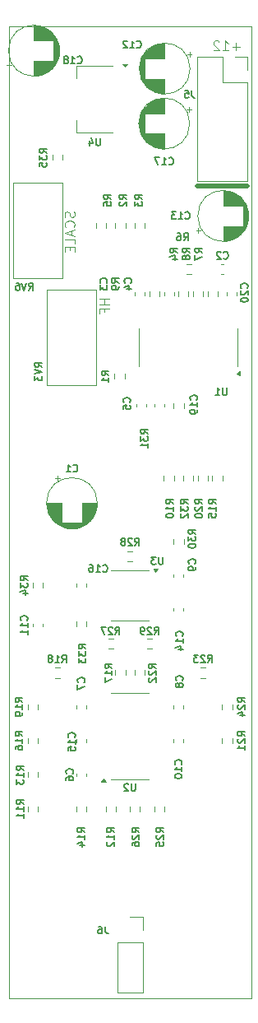
<source format=gbr>
%TF.GenerationSoftware,KiCad,Pcbnew,8.0.0*%
%TF.CreationDate,2024-08-08T14:00:08-07:00*%
%TF.ProjectId,vco,76636f2e-6b69-4636-9164-5f7063625858,rev?*%
%TF.SameCoordinates,Original*%
%TF.FileFunction,Legend,Bot*%
%TF.FilePolarity,Positive*%
%FSLAX46Y46*%
G04 Gerber Fmt 4.6, Leading zero omitted, Abs format (unit mm)*
G04 Created by KiCad (PCBNEW 8.0.0) date 2024-08-08 14:00:08*
%MOMM*%
%LPD*%
G01*
G04 APERTURE LIST*
%ADD10C,0.100000*%
%ADD11C,0.500000*%
%ADD12C,0.150000*%
%ADD13C,0.120000*%
%TA.AperFunction,Profile*%
%ADD14C,0.050000*%
%TD*%
G04 APERTURE END LIST*
D10*
X60372419Y-78003884D02*
X59372419Y-78003884D01*
X59848609Y-78003884D02*
X59848609Y-78575312D01*
X60372419Y-78575312D02*
X59372419Y-78575312D01*
X59848609Y-79384836D02*
X59848609Y-79051503D01*
X60372419Y-79051503D02*
X59372419Y-79051503D01*
X59372419Y-79051503D02*
X59372419Y-79527693D01*
X56724800Y-69056265D02*
X56772419Y-69199122D01*
X56772419Y-69199122D02*
X56772419Y-69437217D01*
X56772419Y-69437217D02*
X56724800Y-69532455D01*
X56724800Y-69532455D02*
X56677180Y-69580074D01*
X56677180Y-69580074D02*
X56581942Y-69627693D01*
X56581942Y-69627693D02*
X56486704Y-69627693D01*
X56486704Y-69627693D02*
X56391466Y-69580074D01*
X56391466Y-69580074D02*
X56343847Y-69532455D01*
X56343847Y-69532455D02*
X56296228Y-69437217D01*
X56296228Y-69437217D02*
X56248609Y-69246741D01*
X56248609Y-69246741D02*
X56200990Y-69151503D01*
X56200990Y-69151503D02*
X56153371Y-69103884D01*
X56153371Y-69103884D02*
X56058133Y-69056265D01*
X56058133Y-69056265D02*
X55962895Y-69056265D01*
X55962895Y-69056265D02*
X55867657Y-69103884D01*
X55867657Y-69103884D02*
X55820038Y-69151503D01*
X55820038Y-69151503D02*
X55772419Y-69246741D01*
X55772419Y-69246741D02*
X55772419Y-69484836D01*
X55772419Y-69484836D02*
X55820038Y-69627693D01*
X56677180Y-70627693D02*
X56724800Y-70580074D01*
X56724800Y-70580074D02*
X56772419Y-70437217D01*
X56772419Y-70437217D02*
X56772419Y-70341979D01*
X56772419Y-70341979D02*
X56724800Y-70199122D01*
X56724800Y-70199122D02*
X56629561Y-70103884D01*
X56629561Y-70103884D02*
X56534323Y-70056265D01*
X56534323Y-70056265D02*
X56343847Y-70008646D01*
X56343847Y-70008646D02*
X56200990Y-70008646D01*
X56200990Y-70008646D02*
X56010514Y-70056265D01*
X56010514Y-70056265D02*
X55915276Y-70103884D01*
X55915276Y-70103884D02*
X55820038Y-70199122D01*
X55820038Y-70199122D02*
X55772419Y-70341979D01*
X55772419Y-70341979D02*
X55772419Y-70437217D01*
X55772419Y-70437217D02*
X55820038Y-70580074D01*
X55820038Y-70580074D02*
X55867657Y-70627693D01*
X56486704Y-71008646D02*
X56486704Y-71484836D01*
X56772419Y-70913408D02*
X55772419Y-71246741D01*
X55772419Y-71246741D02*
X56772419Y-71580074D01*
X56772419Y-72389598D02*
X56772419Y-71913408D01*
X56772419Y-71913408D02*
X55772419Y-71913408D01*
X56248609Y-72722932D02*
X56248609Y-73056265D01*
X56772419Y-73199122D02*
X56772419Y-72722932D01*
X56772419Y-72722932D02*
X55772419Y-72722932D01*
X55772419Y-72722932D02*
X55772419Y-73199122D01*
X73796115Y-52091466D02*
X73034211Y-52091466D01*
X73415163Y-52472419D02*
X73415163Y-51710514D01*
X72034211Y-52472419D02*
X72605639Y-52472419D01*
X72319925Y-52472419D02*
X72319925Y-51472419D01*
X72319925Y-51472419D02*
X72415163Y-51615276D01*
X72415163Y-51615276D02*
X72510401Y-51710514D01*
X72510401Y-51710514D02*
X72605639Y-51758133D01*
X71653258Y-51567657D02*
X71605639Y-51520038D01*
X71605639Y-51520038D02*
X71510401Y-51472419D01*
X71510401Y-51472419D02*
X71272306Y-51472419D01*
X71272306Y-51472419D02*
X71177068Y-51520038D01*
X71177068Y-51520038D02*
X71129449Y-51567657D01*
X71129449Y-51567657D02*
X71081830Y-51662895D01*
X71081830Y-51662895D02*
X71081830Y-51758133D01*
X71081830Y-51758133D02*
X71129449Y-51900990D01*
X71129449Y-51900990D02*
X71700877Y-52472419D01*
X71700877Y-52472419D02*
X71081830Y-52472419D01*
D11*
X74600000Y-66400000D02*
X69400000Y-66400000D01*
D12*
X62467735Y-88674999D02*
X62503450Y-88639285D01*
X62503450Y-88639285D02*
X62539164Y-88532142D01*
X62539164Y-88532142D02*
X62539164Y-88460714D01*
X62539164Y-88460714D02*
X62503450Y-88353571D01*
X62503450Y-88353571D02*
X62432021Y-88282142D01*
X62432021Y-88282142D02*
X62360592Y-88246428D01*
X62360592Y-88246428D02*
X62217735Y-88210714D01*
X62217735Y-88210714D02*
X62110592Y-88210714D01*
X62110592Y-88210714D02*
X61967735Y-88246428D01*
X61967735Y-88246428D02*
X61896307Y-88282142D01*
X61896307Y-88282142D02*
X61824878Y-88353571D01*
X61824878Y-88353571D02*
X61789164Y-88460714D01*
X61789164Y-88460714D02*
X61789164Y-88532142D01*
X61789164Y-88532142D02*
X61824878Y-88639285D01*
X61824878Y-88639285D02*
X61860592Y-88674999D01*
X61789164Y-89353571D02*
X61789164Y-88996428D01*
X61789164Y-88996428D02*
X62146307Y-88960714D01*
X62146307Y-88960714D02*
X62110592Y-88996428D01*
X62110592Y-88996428D02*
X62074878Y-89067857D01*
X62074878Y-89067857D02*
X62074878Y-89246428D01*
X62074878Y-89246428D02*
X62110592Y-89317857D01*
X62110592Y-89317857D02*
X62146307Y-89353571D01*
X62146307Y-89353571D02*
X62217735Y-89389285D01*
X62217735Y-89389285D02*
X62396307Y-89389285D01*
X62396307Y-89389285D02*
X62467735Y-89353571D01*
X62467735Y-89353571D02*
X62503450Y-89317857D01*
X62503450Y-89317857D02*
X62539164Y-89246428D01*
X62539164Y-89246428D02*
X62539164Y-89067857D01*
X62539164Y-89067857D02*
X62503450Y-88996428D01*
X62503450Y-88996428D02*
X62467735Y-88960714D01*
X56625000Y-95767735D02*
X56660714Y-95803450D01*
X56660714Y-95803450D02*
X56767857Y-95839164D01*
X56767857Y-95839164D02*
X56839285Y-95839164D01*
X56839285Y-95839164D02*
X56946428Y-95803450D01*
X56946428Y-95803450D02*
X57017857Y-95732021D01*
X57017857Y-95732021D02*
X57053571Y-95660592D01*
X57053571Y-95660592D02*
X57089285Y-95517735D01*
X57089285Y-95517735D02*
X57089285Y-95410592D01*
X57089285Y-95410592D02*
X57053571Y-95267735D01*
X57053571Y-95267735D02*
X57017857Y-95196307D01*
X57017857Y-95196307D02*
X56946428Y-95124878D01*
X56946428Y-95124878D02*
X56839285Y-95089164D01*
X56839285Y-95089164D02*
X56767857Y-95089164D01*
X56767857Y-95089164D02*
X56660714Y-95124878D01*
X56660714Y-95124878D02*
X56625000Y-95160592D01*
X55910714Y-95839164D02*
X56339285Y-95839164D01*
X56125000Y-95839164D02*
X56125000Y-95089164D01*
X56125000Y-95089164D02*
X56196428Y-95196307D01*
X56196428Y-95196307D02*
X56267857Y-95267735D01*
X56267857Y-95267735D02*
X56339285Y-95303450D01*
X51867735Y-111117856D02*
X51903450Y-111082142D01*
X51903450Y-111082142D02*
X51939164Y-110974999D01*
X51939164Y-110974999D02*
X51939164Y-110903571D01*
X51939164Y-110903571D02*
X51903450Y-110796428D01*
X51903450Y-110796428D02*
X51832021Y-110724999D01*
X51832021Y-110724999D02*
X51760592Y-110689285D01*
X51760592Y-110689285D02*
X51617735Y-110653571D01*
X51617735Y-110653571D02*
X51510592Y-110653571D01*
X51510592Y-110653571D02*
X51367735Y-110689285D01*
X51367735Y-110689285D02*
X51296307Y-110724999D01*
X51296307Y-110724999D02*
X51224878Y-110796428D01*
X51224878Y-110796428D02*
X51189164Y-110903571D01*
X51189164Y-110903571D02*
X51189164Y-110974999D01*
X51189164Y-110974999D02*
X51224878Y-111082142D01*
X51224878Y-111082142D02*
X51260592Y-111117856D01*
X51939164Y-111832142D02*
X51939164Y-111403571D01*
X51939164Y-111617856D02*
X51189164Y-111617856D01*
X51189164Y-111617856D02*
X51296307Y-111546428D01*
X51296307Y-111546428D02*
X51367735Y-111474999D01*
X51367735Y-111474999D02*
X51403450Y-111403571D01*
X51939164Y-112546428D02*
X51939164Y-112117857D01*
X51939164Y-112332142D02*
X51189164Y-112332142D01*
X51189164Y-112332142D02*
X51296307Y-112260714D01*
X51296307Y-112260714D02*
X51367735Y-112189285D01*
X51367735Y-112189285D02*
X51403450Y-112117857D01*
X67767735Y-125917856D02*
X67803450Y-125882142D01*
X67803450Y-125882142D02*
X67839164Y-125774999D01*
X67839164Y-125774999D02*
X67839164Y-125703571D01*
X67839164Y-125703571D02*
X67803450Y-125596428D01*
X67803450Y-125596428D02*
X67732021Y-125524999D01*
X67732021Y-125524999D02*
X67660592Y-125489285D01*
X67660592Y-125489285D02*
X67517735Y-125453571D01*
X67517735Y-125453571D02*
X67410592Y-125453571D01*
X67410592Y-125453571D02*
X67267735Y-125489285D01*
X67267735Y-125489285D02*
X67196307Y-125524999D01*
X67196307Y-125524999D02*
X67124878Y-125596428D01*
X67124878Y-125596428D02*
X67089164Y-125703571D01*
X67089164Y-125703571D02*
X67089164Y-125774999D01*
X67089164Y-125774999D02*
X67124878Y-125882142D01*
X67124878Y-125882142D02*
X67160592Y-125917856D01*
X67839164Y-126632142D02*
X67839164Y-126203571D01*
X67839164Y-126417856D02*
X67089164Y-126417856D01*
X67089164Y-126417856D02*
X67196307Y-126346428D01*
X67196307Y-126346428D02*
X67267735Y-126274999D01*
X67267735Y-126274999D02*
X67303450Y-126203571D01*
X67089164Y-127096428D02*
X67089164Y-127167857D01*
X67089164Y-127167857D02*
X67124878Y-127239285D01*
X67124878Y-127239285D02*
X67160592Y-127275000D01*
X67160592Y-127275000D02*
X67232021Y-127310714D01*
X67232021Y-127310714D02*
X67374878Y-127346428D01*
X67374878Y-127346428D02*
X67553450Y-127346428D01*
X67553450Y-127346428D02*
X67696307Y-127310714D01*
X67696307Y-127310714D02*
X67767735Y-127275000D01*
X67767735Y-127275000D02*
X67803450Y-127239285D01*
X67803450Y-127239285D02*
X67839164Y-127167857D01*
X67839164Y-127167857D02*
X67839164Y-127096428D01*
X67839164Y-127096428D02*
X67803450Y-127025000D01*
X67803450Y-127025000D02*
X67767735Y-126989285D01*
X67767735Y-126989285D02*
X67696307Y-126953571D01*
X67696307Y-126953571D02*
X67553450Y-126917857D01*
X67553450Y-126917857D02*
X67374878Y-126917857D01*
X67374878Y-126917857D02*
X67232021Y-126953571D01*
X67232021Y-126953571D02*
X67160592Y-126989285D01*
X67160592Y-126989285D02*
X67124878Y-127025000D01*
X67124878Y-127025000D02*
X67089164Y-127096428D01*
X69197735Y-105274999D02*
X69233450Y-105239285D01*
X69233450Y-105239285D02*
X69269164Y-105132142D01*
X69269164Y-105132142D02*
X69269164Y-105060714D01*
X69269164Y-105060714D02*
X69233450Y-104953571D01*
X69233450Y-104953571D02*
X69162021Y-104882142D01*
X69162021Y-104882142D02*
X69090592Y-104846428D01*
X69090592Y-104846428D02*
X68947735Y-104810714D01*
X68947735Y-104810714D02*
X68840592Y-104810714D01*
X68840592Y-104810714D02*
X68697735Y-104846428D01*
X68697735Y-104846428D02*
X68626307Y-104882142D01*
X68626307Y-104882142D02*
X68554878Y-104953571D01*
X68554878Y-104953571D02*
X68519164Y-105060714D01*
X68519164Y-105060714D02*
X68519164Y-105132142D01*
X68519164Y-105132142D02*
X68554878Y-105239285D01*
X68554878Y-105239285D02*
X68590592Y-105274999D01*
X69269164Y-105632142D02*
X69269164Y-105774999D01*
X69269164Y-105774999D02*
X69233450Y-105846428D01*
X69233450Y-105846428D02*
X69197735Y-105882142D01*
X69197735Y-105882142D02*
X69090592Y-105953571D01*
X69090592Y-105953571D02*
X68947735Y-105989285D01*
X68947735Y-105989285D02*
X68662021Y-105989285D01*
X68662021Y-105989285D02*
X68590592Y-105953571D01*
X68590592Y-105953571D02*
X68554878Y-105917857D01*
X68554878Y-105917857D02*
X68519164Y-105846428D01*
X68519164Y-105846428D02*
X68519164Y-105703571D01*
X68519164Y-105703571D02*
X68554878Y-105632142D01*
X68554878Y-105632142D02*
X68590592Y-105596428D01*
X68590592Y-105596428D02*
X68662021Y-105560714D01*
X68662021Y-105560714D02*
X68840592Y-105560714D01*
X68840592Y-105560714D02*
X68912021Y-105596428D01*
X68912021Y-105596428D02*
X68947735Y-105632142D01*
X68947735Y-105632142D02*
X68983450Y-105703571D01*
X68983450Y-105703571D02*
X68983450Y-105846428D01*
X68983450Y-105846428D02*
X68947735Y-105917857D01*
X68947735Y-105917857D02*
X68912021Y-105953571D01*
X68912021Y-105953571D02*
X68840592Y-105989285D01*
X67867735Y-117274999D02*
X67903450Y-117239285D01*
X67903450Y-117239285D02*
X67939164Y-117132142D01*
X67939164Y-117132142D02*
X67939164Y-117060714D01*
X67939164Y-117060714D02*
X67903450Y-116953571D01*
X67903450Y-116953571D02*
X67832021Y-116882142D01*
X67832021Y-116882142D02*
X67760592Y-116846428D01*
X67760592Y-116846428D02*
X67617735Y-116810714D01*
X67617735Y-116810714D02*
X67510592Y-116810714D01*
X67510592Y-116810714D02*
X67367735Y-116846428D01*
X67367735Y-116846428D02*
X67296307Y-116882142D01*
X67296307Y-116882142D02*
X67224878Y-116953571D01*
X67224878Y-116953571D02*
X67189164Y-117060714D01*
X67189164Y-117060714D02*
X67189164Y-117132142D01*
X67189164Y-117132142D02*
X67224878Y-117239285D01*
X67224878Y-117239285D02*
X67260592Y-117274999D01*
X67510592Y-117703571D02*
X67474878Y-117632142D01*
X67474878Y-117632142D02*
X67439164Y-117596428D01*
X67439164Y-117596428D02*
X67367735Y-117560714D01*
X67367735Y-117560714D02*
X67332021Y-117560714D01*
X67332021Y-117560714D02*
X67260592Y-117596428D01*
X67260592Y-117596428D02*
X67224878Y-117632142D01*
X67224878Y-117632142D02*
X67189164Y-117703571D01*
X67189164Y-117703571D02*
X67189164Y-117846428D01*
X67189164Y-117846428D02*
X67224878Y-117917857D01*
X67224878Y-117917857D02*
X67260592Y-117953571D01*
X67260592Y-117953571D02*
X67332021Y-117989285D01*
X67332021Y-117989285D02*
X67367735Y-117989285D01*
X67367735Y-117989285D02*
X67439164Y-117953571D01*
X67439164Y-117953571D02*
X67474878Y-117917857D01*
X67474878Y-117917857D02*
X67510592Y-117846428D01*
X67510592Y-117846428D02*
X67510592Y-117703571D01*
X67510592Y-117703571D02*
X67546307Y-117632142D01*
X67546307Y-117632142D02*
X67582021Y-117596428D01*
X67582021Y-117596428D02*
X67653450Y-117560714D01*
X67653450Y-117560714D02*
X67796307Y-117560714D01*
X67796307Y-117560714D02*
X67867735Y-117596428D01*
X67867735Y-117596428D02*
X67903450Y-117632142D01*
X67903450Y-117632142D02*
X67939164Y-117703571D01*
X67939164Y-117703571D02*
X67939164Y-117846428D01*
X67939164Y-117846428D02*
X67903450Y-117917857D01*
X67903450Y-117917857D02*
X67867735Y-117953571D01*
X67867735Y-117953571D02*
X67796307Y-117989285D01*
X67796307Y-117989285D02*
X67653450Y-117989285D01*
X67653450Y-117989285D02*
X67582021Y-117953571D01*
X67582021Y-117953571D02*
X67546307Y-117917857D01*
X67546307Y-117917857D02*
X67510592Y-117846428D01*
X57767735Y-117474999D02*
X57803450Y-117439285D01*
X57803450Y-117439285D02*
X57839164Y-117332142D01*
X57839164Y-117332142D02*
X57839164Y-117260714D01*
X57839164Y-117260714D02*
X57803450Y-117153571D01*
X57803450Y-117153571D02*
X57732021Y-117082142D01*
X57732021Y-117082142D02*
X57660592Y-117046428D01*
X57660592Y-117046428D02*
X57517735Y-117010714D01*
X57517735Y-117010714D02*
X57410592Y-117010714D01*
X57410592Y-117010714D02*
X57267735Y-117046428D01*
X57267735Y-117046428D02*
X57196307Y-117082142D01*
X57196307Y-117082142D02*
X57124878Y-117153571D01*
X57124878Y-117153571D02*
X57089164Y-117260714D01*
X57089164Y-117260714D02*
X57089164Y-117332142D01*
X57089164Y-117332142D02*
X57124878Y-117439285D01*
X57124878Y-117439285D02*
X57160592Y-117474999D01*
X57089164Y-117724999D02*
X57089164Y-118224999D01*
X57089164Y-118224999D02*
X57839164Y-117903571D01*
X56567735Y-126874999D02*
X56603450Y-126839285D01*
X56603450Y-126839285D02*
X56639164Y-126732142D01*
X56639164Y-126732142D02*
X56639164Y-126660714D01*
X56639164Y-126660714D02*
X56603450Y-126553571D01*
X56603450Y-126553571D02*
X56532021Y-126482142D01*
X56532021Y-126482142D02*
X56460592Y-126446428D01*
X56460592Y-126446428D02*
X56317735Y-126410714D01*
X56317735Y-126410714D02*
X56210592Y-126410714D01*
X56210592Y-126410714D02*
X56067735Y-126446428D01*
X56067735Y-126446428D02*
X55996307Y-126482142D01*
X55996307Y-126482142D02*
X55924878Y-126553571D01*
X55924878Y-126553571D02*
X55889164Y-126660714D01*
X55889164Y-126660714D02*
X55889164Y-126732142D01*
X55889164Y-126732142D02*
X55924878Y-126839285D01*
X55924878Y-126839285D02*
X55960592Y-126874999D01*
X55889164Y-127517857D02*
X55889164Y-127374999D01*
X55889164Y-127374999D02*
X55924878Y-127303571D01*
X55924878Y-127303571D02*
X55960592Y-127267857D01*
X55960592Y-127267857D02*
X56067735Y-127196428D01*
X56067735Y-127196428D02*
X56210592Y-127160714D01*
X56210592Y-127160714D02*
X56496307Y-127160714D01*
X56496307Y-127160714D02*
X56567735Y-127196428D01*
X56567735Y-127196428D02*
X56603450Y-127232142D01*
X56603450Y-127232142D02*
X56639164Y-127303571D01*
X56639164Y-127303571D02*
X56639164Y-127446428D01*
X56639164Y-127446428D02*
X56603450Y-127517857D01*
X56603450Y-127517857D02*
X56567735Y-127553571D01*
X56567735Y-127553571D02*
X56496307Y-127589285D01*
X56496307Y-127589285D02*
X56317735Y-127589285D01*
X56317735Y-127589285D02*
X56246307Y-127553571D01*
X56246307Y-127553571D02*
X56210592Y-127517857D01*
X56210592Y-127517857D02*
X56174878Y-127446428D01*
X56174878Y-127446428D02*
X56174878Y-127303571D01*
X56174878Y-127303571D02*
X56210592Y-127232142D01*
X56210592Y-127232142D02*
X56246307Y-127196428D01*
X56246307Y-127196428D02*
X56317735Y-127160714D01*
X62567735Y-76374999D02*
X62603450Y-76339285D01*
X62603450Y-76339285D02*
X62639164Y-76232142D01*
X62639164Y-76232142D02*
X62639164Y-76160714D01*
X62639164Y-76160714D02*
X62603450Y-76053571D01*
X62603450Y-76053571D02*
X62532021Y-75982142D01*
X62532021Y-75982142D02*
X62460592Y-75946428D01*
X62460592Y-75946428D02*
X62317735Y-75910714D01*
X62317735Y-75910714D02*
X62210592Y-75910714D01*
X62210592Y-75910714D02*
X62067735Y-75946428D01*
X62067735Y-75946428D02*
X61996307Y-75982142D01*
X61996307Y-75982142D02*
X61924878Y-76053571D01*
X61924878Y-76053571D02*
X61889164Y-76160714D01*
X61889164Y-76160714D02*
X61889164Y-76232142D01*
X61889164Y-76232142D02*
X61924878Y-76339285D01*
X61924878Y-76339285D02*
X61960592Y-76374999D01*
X62139164Y-77017857D02*
X62639164Y-77017857D01*
X61853450Y-76839285D02*
X62389164Y-76660714D01*
X62389164Y-76660714D02*
X62389164Y-77124999D01*
X60067735Y-76374999D02*
X60103450Y-76339285D01*
X60103450Y-76339285D02*
X60139164Y-76232142D01*
X60139164Y-76232142D02*
X60139164Y-76160714D01*
X60139164Y-76160714D02*
X60103450Y-76053571D01*
X60103450Y-76053571D02*
X60032021Y-75982142D01*
X60032021Y-75982142D02*
X59960592Y-75946428D01*
X59960592Y-75946428D02*
X59817735Y-75910714D01*
X59817735Y-75910714D02*
X59710592Y-75910714D01*
X59710592Y-75910714D02*
X59567735Y-75946428D01*
X59567735Y-75946428D02*
X59496307Y-75982142D01*
X59496307Y-75982142D02*
X59424878Y-76053571D01*
X59424878Y-76053571D02*
X59389164Y-76160714D01*
X59389164Y-76160714D02*
X59389164Y-76232142D01*
X59389164Y-76232142D02*
X59424878Y-76339285D01*
X59424878Y-76339285D02*
X59460592Y-76374999D01*
X59389164Y-76624999D02*
X59389164Y-77089285D01*
X59389164Y-77089285D02*
X59674878Y-76839285D01*
X59674878Y-76839285D02*
X59674878Y-76946428D01*
X59674878Y-76946428D02*
X59710592Y-77017857D01*
X59710592Y-77017857D02*
X59746307Y-77053571D01*
X59746307Y-77053571D02*
X59817735Y-77089285D01*
X59817735Y-77089285D02*
X59996307Y-77089285D01*
X59996307Y-77089285D02*
X60067735Y-77053571D01*
X60067735Y-77053571D02*
X60103450Y-77017857D01*
X60103450Y-77017857D02*
X60139164Y-76946428D01*
X60139164Y-76946428D02*
X60139164Y-76732142D01*
X60139164Y-76732142D02*
X60103450Y-76660714D01*
X60103450Y-76660714D02*
X60067735Y-76624999D01*
X72125000Y-73867735D02*
X72160714Y-73903450D01*
X72160714Y-73903450D02*
X72267857Y-73939164D01*
X72267857Y-73939164D02*
X72339285Y-73939164D01*
X72339285Y-73939164D02*
X72446428Y-73903450D01*
X72446428Y-73903450D02*
X72517857Y-73832021D01*
X72517857Y-73832021D02*
X72553571Y-73760592D01*
X72553571Y-73760592D02*
X72589285Y-73617735D01*
X72589285Y-73617735D02*
X72589285Y-73510592D01*
X72589285Y-73510592D02*
X72553571Y-73367735D01*
X72553571Y-73367735D02*
X72517857Y-73296307D01*
X72517857Y-73296307D02*
X72446428Y-73224878D01*
X72446428Y-73224878D02*
X72339285Y-73189164D01*
X72339285Y-73189164D02*
X72267857Y-73189164D01*
X72267857Y-73189164D02*
X72160714Y-73224878D01*
X72160714Y-73224878D02*
X72125000Y-73260592D01*
X71839285Y-73260592D02*
X71803571Y-73224878D01*
X71803571Y-73224878D02*
X71732143Y-73189164D01*
X71732143Y-73189164D02*
X71553571Y-73189164D01*
X71553571Y-73189164D02*
X71482143Y-73224878D01*
X71482143Y-73224878D02*
X71446428Y-73260592D01*
X71446428Y-73260592D02*
X71410714Y-73332021D01*
X71410714Y-73332021D02*
X71410714Y-73403450D01*
X71410714Y-73403450D02*
X71446428Y-73510592D01*
X71446428Y-73510592D02*
X71875000Y-73939164D01*
X71875000Y-73939164D02*
X71410714Y-73939164D01*
X63046428Y-127909164D02*
X63046428Y-128516307D01*
X63046428Y-128516307D02*
X63010714Y-128587735D01*
X63010714Y-128587735D02*
X62975000Y-128623450D01*
X62975000Y-128623450D02*
X62903571Y-128659164D01*
X62903571Y-128659164D02*
X62760714Y-128659164D01*
X62760714Y-128659164D02*
X62689285Y-128623450D01*
X62689285Y-128623450D02*
X62653571Y-128587735D01*
X62653571Y-128587735D02*
X62617857Y-128516307D01*
X62617857Y-128516307D02*
X62617857Y-127909164D01*
X62296428Y-127980592D02*
X62260714Y-127944878D01*
X62260714Y-127944878D02*
X62189286Y-127909164D01*
X62189286Y-127909164D02*
X62010714Y-127909164D01*
X62010714Y-127909164D02*
X61939286Y-127944878D01*
X61939286Y-127944878D02*
X61903571Y-127980592D01*
X61903571Y-127980592D02*
X61867857Y-128052021D01*
X61867857Y-128052021D02*
X61867857Y-128123450D01*
X61867857Y-128123450D02*
X61903571Y-128230592D01*
X61903571Y-128230592D02*
X62332143Y-128659164D01*
X62332143Y-128659164D02*
X61867857Y-128659164D01*
X52046428Y-77139164D02*
X52296428Y-76782021D01*
X52474999Y-77139164D02*
X52474999Y-76389164D01*
X52474999Y-76389164D02*
X52189285Y-76389164D01*
X52189285Y-76389164D02*
X52117856Y-76424878D01*
X52117856Y-76424878D02*
X52082142Y-76460592D01*
X52082142Y-76460592D02*
X52046428Y-76532021D01*
X52046428Y-76532021D02*
X52046428Y-76639164D01*
X52046428Y-76639164D02*
X52082142Y-76710592D01*
X52082142Y-76710592D02*
X52117856Y-76746307D01*
X52117856Y-76746307D02*
X52189285Y-76782021D01*
X52189285Y-76782021D02*
X52474999Y-76782021D01*
X51832142Y-76389164D02*
X51582142Y-77139164D01*
X51582142Y-77139164D02*
X51332142Y-76389164D01*
X50760714Y-76389164D02*
X50903571Y-76389164D01*
X50903571Y-76389164D02*
X50974999Y-76424878D01*
X50974999Y-76424878D02*
X51010714Y-76460592D01*
X51010714Y-76460592D02*
X51082142Y-76567735D01*
X51082142Y-76567735D02*
X51117856Y-76710592D01*
X51117856Y-76710592D02*
X51117856Y-76996307D01*
X51117856Y-76996307D02*
X51082142Y-77067735D01*
X51082142Y-77067735D02*
X51046428Y-77103450D01*
X51046428Y-77103450D02*
X50974999Y-77139164D01*
X50974999Y-77139164D02*
X50832142Y-77139164D01*
X50832142Y-77139164D02*
X50760714Y-77103450D01*
X50760714Y-77103450D02*
X50724999Y-77067735D01*
X50724999Y-77067735D02*
X50689285Y-76996307D01*
X50689285Y-76996307D02*
X50689285Y-76817735D01*
X50689285Y-76817735D02*
X50724999Y-76746307D01*
X50724999Y-76746307D02*
X50760714Y-76710592D01*
X50760714Y-76710592D02*
X50832142Y-76674878D01*
X50832142Y-76674878D02*
X50974999Y-76674878D01*
X50974999Y-76674878D02*
X51046428Y-76710592D01*
X51046428Y-76710592D02*
X51082142Y-76746307D01*
X51082142Y-76746307D02*
X51117856Y-76817735D01*
X53439164Y-85053571D02*
X53082021Y-84803571D01*
X53439164Y-84625000D02*
X52689164Y-84625000D01*
X52689164Y-84625000D02*
X52689164Y-84910714D01*
X52689164Y-84910714D02*
X52724878Y-84982143D01*
X52724878Y-84982143D02*
X52760592Y-85017857D01*
X52760592Y-85017857D02*
X52832021Y-85053571D01*
X52832021Y-85053571D02*
X52939164Y-85053571D01*
X52939164Y-85053571D02*
X53010592Y-85017857D01*
X53010592Y-85017857D02*
X53046307Y-84982143D01*
X53046307Y-84982143D02*
X53082021Y-84910714D01*
X53082021Y-84910714D02*
X53082021Y-84625000D01*
X52689164Y-85267857D02*
X53439164Y-85517857D01*
X53439164Y-85517857D02*
X52689164Y-85767857D01*
X52689164Y-85946428D02*
X52689164Y-86410714D01*
X52689164Y-86410714D02*
X52974878Y-86160714D01*
X52974878Y-86160714D02*
X52974878Y-86267857D01*
X52974878Y-86267857D02*
X53010592Y-86339286D01*
X53010592Y-86339286D02*
X53046307Y-86375000D01*
X53046307Y-86375000D02*
X53117735Y-86410714D01*
X53117735Y-86410714D02*
X53296307Y-86410714D01*
X53296307Y-86410714D02*
X53367735Y-86375000D01*
X53367735Y-86375000D02*
X53403450Y-86339286D01*
X53403450Y-86339286D02*
X53439164Y-86267857D01*
X53439164Y-86267857D02*
X53439164Y-86053571D01*
X53439164Y-86053571D02*
X53403450Y-85982143D01*
X53403450Y-85982143D02*
X53367735Y-85946428D01*
X59421428Y-61489164D02*
X59421428Y-62096307D01*
X59421428Y-62096307D02*
X59385714Y-62167735D01*
X59385714Y-62167735D02*
X59350000Y-62203450D01*
X59350000Y-62203450D02*
X59278571Y-62239164D01*
X59278571Y-62239164D02*
X59135714Y-62239164D01*
X59135714Y-62239164D02*
X59064285Y-62203450D01*
X59064285Y-62203450D02*
X59028571Y-62167735D01*
X59028571Y-62167735D02*
X58992857Y-62096307D01*
X58992857Y-62096307D02*
X58992857Y-61489164D01*
X58314286Y-61739164D02*
X58314286Y-62239164D01*
X58492857Y-61453450D02*
X58671428Y-61989164D01*
X58671428Y-61989164D02*
X58207143Y-61989164D01*
X65871428Y-104589164D02*
X65871428Y-105196307D01*
X65871428Y-105196307D02*
X65835714Y-105267735D01*
X65835714Y-105267735D02*
X65800000Y-105303450D01*
X65800000Y-105303450D02*
X65728571Y-105339164D01*
X65728571Y-105339164D02*
X65585714Y-105339164D01*
X65585714Y-105339164D02*
X65514285Y-105303450D01*
X65514285Y-105303450D02*
X65478571Y-105267735D01*
X65478571Y-105267735D02*
X65442857Y-105196307D01*
X65442857Y-105196307D02*
X65442857Y-104589164D01*
X65157143Y-104589164D02*
X64692857Y-104589164D01*
X64692857Y-104589164D02*
X64942857Y-104874878D01*
X64942857Y-104874878D02*
X64835714Y-104874878D01*
X64835714Y-104874878D02*
X64764286Y-104910592D01*
X64764286Y-104910592D02*
X64728571Y-104946307D01*
X64728571Y-104946307D02*
X64692857Y-105017735D01*
X64692857Y-105017735D02*
X64692857Y-105196307D01*
X64692857Y-105196307D02*
X64728571Y-105267735D01*
X64728571Y-105267735D02*
X64764286Y-105303450D01*
X64764286Y-105303450D02*
X64835714Y-105339164D01*
X64835714Y-105339164D02*
X65050000Y-105339164D01*
X65050000Y-105339164D02*
X65121428Y-105303450D01*
X65121428Y-105303450D02*
X65157143Y-105267735D01*
X72471428Y-87189164D02*
X72471428Y-87796307D01*
X72471428Y-87796307D02*
X72435714Y-87867735D01*
X72435714Y-87867735D02*
X72400000Y-87903450D01*
X72400000Y-87903450D02*
X72328571Y-87939164D01*
X72328571Y-87939164D02*
X72185714Y-87939164D01*
X72185714Y-87939164D02*
X72114285Y-87903450D01*
X72114285Y-87903450D02*
X72078571Y-87867735D01*
X72078571Y-87867735D02*
X72042857Y-87796307D01*
X72042857Y-87796307D02*
X72042857Y-87189164D01*
X71292857Y-87939164D02*
X71721428Y-87939164D01*
X71507143Y-87939164D02*
X71507143Y-87189164D01*
X71507143Y-87189164D02*
X71578571Y-87296307D01*
X71578571Y-87296307D02*
X71650000Y-87367735D01*
X71650000Y-87367735D02*
X71721428Y-87403450D01*
X53909164Y-63017856D02*
X53552021Y-62767856D01*
X53909164Y-62589285D02*
X53159164Y-62589285D01*
X53159164Y-62589285D02*
X53159164Y-62874999D01*
X53159164Y-62874999D02*
X53194878Y-62946428D01*
X53194878Y-62946428D02*
X53230592Y-62982142D01*
X53230592Y-62982142D02*
X53302021Y-63017856D01*
X53302021Y-63017856D02*
X53409164Y-63017856D01*
X53409164Y-63017856D02*
X53480592Y-62982142D01*
X53480592Y-62982142D02*
X53516307Y-62946428D01*
X53516307Y-62946428D02*
X53552021Y-62874999D01*
X53552021Y-62874999D02*
X53552021Y-62589285D01*
X53159164Y-63267856D02*
X53159164Y-63732142D01*
X53159164Y-63732142D02*
X53444878Y-63482142D01*
X53444878Y-63482142D02*
X53444878Y-63589285D01*
X53444878Y-63589285D02*
X53480592Y-63660714D01*
X53480592Y-63660714D02*
X53516307Y-63696428D01*
X53516307Y-63696428D02*
X53587735Y-63732142D01*
X53587735Y-63732142D02*
X53766307Y-63732142D01*
X53766307Y-63732142D02*
X53837735Y-63696428D01*
X53837735Y-63696428D02*
X53873450Y-63660714D01*
X53873450Y-63660714D02*
X53909164Y-63589285D01*
X53909164Y-63589285D02*
X53909164Y-63374999D01*
X53909164Y-63374999D02*
X53873450Y-63303571D01*
X53873450Y-63303571D02*
X53837735Y-63267856D01*
X53159164Y-64410714D02*
X53159164Y-64053571D01*
X53159164Y-64053571D02*
X53516307Y-64017857D01*
X53516307Y-64017857D02*
X53480592Y-64053571D01*
X53480592Y-64053571D02*
X53444878Y-64125000D01*
X53444878Y-64125000D02*
X53444878Y-64303571D01*
X53444878Y-64303571D02*
X53480592Y-64375000D01*
X53480592Y-64375000D02*
X53516307Y-64410714D01*
X53516307Y-64410714D02*
X53587735Y-64446428D01*
X53587735Y-64446428D02*
X53766307Y-64446428D01*
X53766307Y-64446428D02*
X53837735Y-64410714D01*
X53837735Y-64410714D02*
X53873450Y-64375000D01*
X53873450Y-64375000D02*
X53909164Y-64303571D01*
X53909164Y-64303571D02*
X53909164Y-64125000D01*
X53909164Y-64125000D02*
X53873450Y-64053571D01*
X53873450Y-64053571D02*
X53837735Y-64017857D01*
X51939164Y-107017856D02*
X51582021Y-106767856D01*
X51939164Y-106589285D02*
X51189164Y-106589285D01*
X51189164Y-106589285D02*
X51189164Y-106874999D01*
X51189164Y-106874999D02*
X51224878Y-106946428D01*
X51224878Y-106946428D02*
X51260592Y-106982142D01*
X51260592Y-106982142D02*
X51332021Y-107017856D01*
X51332021Y-107017856D02*
X51439164Y-107017856D01*
X51439164Y-107017856D02*
X51510592Y-106982142D01*
X51510592Y-106982142D02*
X51546307Y-106946428D01*
X51546307Y-106946428D02*
X51582021Y-106874999D01*
X51582021Y-106874999D02*
X51582021Y-106589285D01*
X51189164Y-107267856D02*
X51189164Y-107732142D01*
X51189164Y-107732142D02*
X51474878Y-107482142D01*
X51474878Y-107482142D02*
X51474878Y-107589285D01*
X51474878Y-107589285D02*
X51510592Y-107660714D01*
X51510592Y-107660714D02*
X51546307Y-107696428D01*
X51546307Y-107696428D02*
X51617735Y-107732142D01*
X51617735Y-107732142D02*
X51796307Y-107732142D01*
X51796307Y-107732142D02*
X51867735Y-107696428D01*
X51867735Y-107696428D02*
X51903450Y-107660714D01*
X51903450Y-107660714D02*
X51939164Y-107589285D01*
X51939164Y-107589285D02*
X51939164Y-107374999D01*
X51939164Y-107374999D02*
X51903450Y-107303571D01*
X51903450Y-107303571D02*
X51867735Y-107267856D01*
X51439164Y-108375000D02*
X51939164Y-108375000D01*
X51153450Y-108196428D02*
X51689164Y-108017857D01*
X51689164Y-108017857D02*
X51689164Y-108482142D01*
X57939164Y-114017856D02*
X57582021Y-113767856D01*
X57939164Y-113589285D02*
X57189164Y-113589285D01*
X57189164Y-113589285D02*
X57189164Y-113874999D01*
X57189164Y-113874999D02*
X57224878Y-113946428D01*
X57224878Y-113946428D02*
X57260592Y-113982142D01*
X57260592Y-113982142D02*
X57332021Y-114017856D01*
X57332021Y-114017856D02*
X57439164Y-114017856D01*
X57439164Y-114017856D02*
X57510592Y-113982142D01*
X57510592Y-113982142D02*
X57546307Y-113946428D01*
X57546307Y-113946428D02*
X57582021Y-113874999D01*
X57582021Y-113874999D02*
X57582021Y-113589285D01*
X57189164Y-114267856D02*
X57189164Y-114732142D01*
X57189164Y-114732142D02*
X57474878Y-114482142D01*
X57474878Y-114482142D02*
X57474878Y-114589285D01*
X57474878Y-114589285D02*
X57510592Y-114660714D01*
X57510592Y-114660714D02*
X57546307Y-114696428D01*
X57546307Y-114696428D02*
X57617735Y-114732142D01*
X57617735Y-114732142D02*
X57796307Y-114732142D01*
X57796307Y-114732142D02*
X57867735Y-114696428D01*
X57867735Y-114696428D02*
X57903450Y-114660714D01*
X57903450Y-114660714D02*
X57939164Y-114589285D01*
X57939164Y-114589285D02*
X57939164Y-114374999D01*
X57939164Y-114374999D02*
X57903450Y-114303571D01*
X57903450Y-114303571D02*
X57867735Y-114267856D01*
X57189164Y-114982142D02*
X57189164Y-115446428D01*
X57189164Y-115446428D02*
X57474878Y-115196428D01*
X57474878Y-115196428D02*
X57474878Y-115303571D01*
X57474878Y-115303571D02*
X57510592Y-115375000D01*
X57510592Y-115375000D02*
X57546307Y-115410714D01*
X57546307Y-115410714D02*
X57617735Y-115446428D01*
X57617735Y-115446428D02*
X57796307Y-115446428D01*
X57796307Y-115446428D02*
X57867735Y-115410714D01*
X57867735Y-115410714D02*
X57903450Y-115375000D01*
X57903450Y-115375000D02*
X57939164Y-115303571D01*
X57939164Y-115303571D02*
X57939164Y-115089285D01*
X57939164Y-115089285D02*
X57903450Y-115017857D01*
X57903450Y-115017857D02*
X57867735Y-114982142D01*
X68439164Y-99117856D02*
X68082021Y-98867856D01*
X68439164Y-98689285D02*
X67689164Y-98689285D01*
X67689164Y-98689285D02*
X67689164Y-98974999D01*
X67689164Y-98974999D02*
X67724878Y-99046428D01*
X67724878Y-99046428D02*
X67760592Y-99082142D01*
X67760592Y-99082142D02*
X67832021Y-99117856D01*
X67832021Y-99117856D02*
X67939164Y-99117856D01*
X67939164Y-99117856D02*
X68010592Y-99082142D01*
X68010592Y-99082142D02*
X68046307Y-99046428D01*
X68046307Y-99046428D02*
X68082021Y-98974999D01*
X68082021Y-98974999D02*
X68082021Y-98689285D01*
X67689164Y-99367856D02*
X67689164Y-99832142D01*
X67689164Y-99832142D02*
X67974878Y-99582142D01*
X67974878Y-99582142D02*
X67974878Y-99689285D01*
X67974878Y-99689285D02*
X68010592Y-99760714D01*
X68010592Y-99760714D02*
X68046307Y-99796428D01*
X68046307Y-99796428D02*
X68117735Y-99832142D01*
X68117735Y-99832142D02*
X68296307Y-99832142D01*
X68296307Y-99832142D02*
X68367735Y-99796428D01*
X68367735Y-99796428D02*
X68403450Y-99760714D01*
X68403450Y-99760714D02*
X68439164Y-99689285D01*
X68439164Y-99689285D02*
X68439164Y-99474999D01*
X68439164Y-99474999D02*
X68403450Y-99403571D01*
X68403450Y-99403571D02*
X68367735Y-99367856D01*
X67760592Y-100117857D02*
X67724878Y-100153571D01*
X67724878Y-100153571D02*
X67689164Y-100225000D01*
X67689164Y-100225000D02*
X67689164Y-100403571D01*
X67689164Y-100403571D02*
X67724878Y-100475000D01*
X67724878Y-100475000D02*
X67760592Y-100510714D01*
X67760592Y-100510714D02*
X67832021Y-100546428D01*
X67832021Y-100546428D02*
X67903450Y-100546428D01*
X67903450Y-100546428D02*
X68010592Y-100510714D01*
X68010592Y-100510714D02*
X68439164Y-100082142D01*
X68439164Y-100082142D02*
X68439164Y-100546428D01*
X64339164Y-91917856D02*
X63982021Y-91667856D01*
X64339164Y-91489285D02*
X63589164Y-91489285D01*
X63589164Y-91489285D02*
X63589164Y-91774999D01*
X63589164Y-91774999D02*
X63624878Y-91846428D01*
X63624878Y-91846428D02*
X63660592Y-91882142D01*
X63660592Y-91882142D02*
X63732021Y-91917856D01*
X63732021Y-91917856D02*
X63839164Y-91917856D01*
X63839164Y-91917856D02*
X63910592Y-91882142D01*
X63910592Y-91882142D02*
X63946307Y-91846428D01*
X63946307Y-91846428D02*
X63982021Y-91774999D01*
X63982021Y-91774999D02*
X63982021Y-91489285D01*
X63589164Y-92167856D02*
X63589164Y-92632142D01*
X63589164Y-92632142D02*
X63874878Y-92382142D01*
X63874878Y-92382142D02*
X63874878Y-92489285D01*
X63874878Y-92489285D02*
X63910592Y-92560714D01*
X63910592Y-92560714D02*
X63946307Y-92596428D01*
X63946307Y-92596428D02*
X64017735Y-92632142D01*
X64017735Y-92632142D02*
X64196307Y-92632142D01*
X64196307Y-92632142D02*
X64267735Y-92596428D01*
X64267735Y-92596428D02*
X64303450Y-92560714D01*
X64303450Y-92560714D02*
X64339164Y-92489285D01*
X64339164Y-92489285D02*
X64339164Y-92274999D01*
X64339164Y-92274999D02*
X64303450Y-92203571D01*
X64303450Y-92203571D02*
X64267735Y-92167856D01*
X64339164Y-93346428D02*
X64339164Y-92917857D01*
X64339164Y-93132142D02*
X63589164Y-93132142D01*
X63589164Y-93132142D02*
X63696307Y-93060714D01*
X63696307Y-93060714D02*
X63767735Y-92989285D01*
X63767735Y-92989285D02*
X63803450Y-92917857D01*
X69269164Y-102217856D02*
X68912021Y-101967856D01*
X69269164Y-101789285D02*
X68519164Y-101789285D01*
X68519164Y-101789285D02*
X68519164Y-102074999D01*
X68519164Y-102074999D02*
X68554878Y-102146428D01*
X68554878Y-102146428D02*
X68590592Y-102182142D01*
X68590592Y-102182142D02*
X68662021Y-102217856D01*
X68662021Y-102217856D02*
X68769164Y-102217856D01*
X68769164Y-102217856D02*
X68840592Y-102182142D01*
X68840592Y-102182142D02*
X68876307Y-102146428D01*
X68876307Y-102146428D02*
X68912021Y-102074999D01*
X68912021Y-102074999D02*
X68912021Y-101789285D01*
X68519164Y-102467856D02*
X68519164Y-102932142D01*
X68519164Y-102932142D02*
X68804878Y-102682142D01*
X68804878Y-102682142D02*
X68804878Y-102789285D01*
X68804878Y-102789285D02*
X68840592Y-102860714D01*
X68840592Y-102860714D02*
X68876307Y-102896428D01*
X68876307Y-102896428D02*
X68947735Y-102932142D01*
X68947735Y-102932142D02*
X69126307Y-102932142D01*
X69126307Y-102932142D02*
X69197735Y-102896428D01*
X69197735Y-102896428D02*
X69233450Y-102860714D01*
X69233450Y-102860714D02*
X69269164Y-102789285D01*
X69269164Y-102789285D02*
X69269164Y-102574999D01*
X69269164Y-102574999D02*
X69233450Y-102503571D01*
X69233450Y-102503571D02*
X69197735Y-102467856D01*
X68519164Y-103396428D02*
X68519164Y-103467857D01*
X68519164Y-103467857D02*
X68554878Y-103539285D01*
X68554878Y-103539285D02*
X68590592Y-103575000D01*
X68590592Y-103575000D02*
X68662021Y-103610714D01*
X68662021Y-103610714D02*
X68804878Y-103646428D01*
X68804878Y-103646428D02*
X68983450Y-103646428D01*
X68983450Y-103646428D02*
X69126307Y-103610714D01*
X69126307Y-103610714D02*
X69197735Y-103575000D01*
X69197735Y-103575000D02*
X69233450Y-103539285D01*
X69233450Y-103539285D02*
X69269164Y-103467857D01*
X69269164Y-103467857D02*
X69269164Y-103396428D01*
X69269164Y-103396428D02*
X69233450Y-103325000D01*
X69233450Y-103325000D02*
X69197735Y-103289285D01*
X69197735Y-103289285D02*
X69126307Y-103253571D01*
X69126307Y-103253571D02*
X68983450Y-103217857D01*
X68983450Y-103217857D02*
X68804878Y-103217857D01*
X68804878Y-103217857D02*
X68662021Y-103253571D01*
X68662021Y-103253571D02*
X68590592Y-103289285D01*
X68590592Y-103289285D02*
X68554878Y-103325000D01*
X68554878Y-103325000D02*
X68519164Y-103396428D01*
X64982143Y-112539164D02*
X65232143Y-112182021D01*
X65410714Y-112539164D02*
X65410714Y-111789164D01*
X65410714Y-111789164D02*
X65125000Y-111789164D01*
X65125000Y-111789164D02*
X65053571Y-111824878D01*
X65053571Y-111824878D02*
X65017857Y-111860592D01*
X65017857Y-111860592D02*
X64982143Y-111932021D01*
X64982143Y-111932021D02*
X64982143Y-112039164D01*
X64982143Y-112039164D02*
X65017857Y-112110592D01*
X65017857Y-112110592D02*
X65053571Y-112146307D01*
X65053571Y-112146307D02*
X65125000Y-112182021D01*
X65125000Y-112182021D02*
X65410714Y-112182021D01*
X64696428Y-111860592D02*
X64660714Y-111824878D01*
X64660714Y-111824878D02*
X64589286Y-111789164D01*
X64589286Y-111789164D02*
X64410714Y-111789164D01*
X64410714Y-111789164D02*
X64339286Y-111824878D01*
X64339286Y-111824878D02*
X64303571Y-111860592D01*
X64303571Y-111860592D02*
X64267857Y-111932021D01*
X64267857Y-111932021D02*
X64267857Y-112003450D01*
X64267857Y-112003450D02*
X64303571Y-112110592D01*
X64303571Y-112110592D02*
X64732143Y-112539164D01*
X64732143Y-112539164D02*
X64267857Y-112539164D01*
X63910714Y-112539164D02*
X63767857Y-112539164D01*
X63767857Y-112539164D02*
X63696428Y-112503450D01*
X63696428Y-112503450D02*
X63660714Y-112467735D01*
X63660714Y-112467735D02*
X63589285Y-112360592D01*
X63589285Y-112360592D02*
X63553571Y-112217735D01*
X63553571Y-112217735D02*
X63553571Y-111932021D01*
X63553571Y-111932021D02*
X63589285Y-111860592D01*
X63589285Y-111860592D02*
X63625000Y-111824878D01*
X63625000Y-111824878D02*
X63696428Y-111789164D01*
X63696428Y-111789164D02*
X63839285Y-111789164D01*
X63839285Y-111789164D02*
X63910714Y-111824878D01*
X63910714Y-111824878D02*
X63946428Y-111860592D01*
X63946428Y-111860592D02*
X63982142Y-111932021D01*
X63982142Y-111932021D02*
X63982142Y-112110592D01*
X63982142Y-112110592D02*
X63946428Y-112182021D01*
X63946428Y-112182021D02*
X63910714Y-112217735D01*
X63910714Y-112217735D02*
X63839285Y-112253450D01*
X63839285Y-112253450D02*
X63696428Y-112253450D01*
X63696428Y-112253450D02*
X63625000Y-112217735D01*
X63625000Y-112217735D02*
X63589285Y-112182021D01*
X63589285Y-112182021D02*
X63553571Y-112110592D01*
X62982143Y-103409164D02*
X63232143Y-103052021D01*
X63410714Y-103409164D02*
X63410714Y-102659164D01*
X63410714Y-102659164D02*
X63125000Y-102659164D01*
X63125000Y-102659164D02*
X63053571Y-102694878D01*
X63053571Y-102694878D02*
X63017857Y-102730592D01*
X63017857Y-102730592D02*
X62982143Y-102802021D01*
X62982143Y-102802021D02*
X62982143Y-102909164D01*
X62982143Y-102909164D02*
X63017857Y-102980592D01*
X63017857Y-102980592D02*
X63053571Y-103016307D01*
X63053571Y-103016307D02*
X63125000Y-103052021D01*
X63125000Y-103052021D02*
X63410714Y-103052021D01*
X62696428Y-102730592D02*
X62660714Y-102694878D01*
X62660714Y-102694878D02*
X62589286Y-102659164D01*
X62589286Y-102659164D02*
X62410714Y-102659164D01*
X62410714Y-102659164D02*
X62339286Y-102694878D01*
X62339286Y-102694878D02*
X62303571Y-102730592D01*
X62303571Y-102730592D02*
X62267857Y-102802021D01*
X62267857Y-102802021D02*
X62267857Y-102873450D01*
X62267857Y-102873450D02*
X62303571Y-102980592D01*
X62303571Y-102980592D02*
X62732143Y-103409164D01*
X62732143Y-103409164D02*
X62267857Y-103409164D01*
X61839285Y-102980592D02*
X61910714Y-102944878D01*
X61910714Y-102944878D02*
X61946428Y-102909164D01*
X61946428Y-102909164D02*
X61982142Y-102837735D01*
X61982142Y-102837735D02*
X61982142Y-102802021D01*
X61982142Y-102802021D02*
X61946428Y-102730592D01*
X61946428Y-102730592D02*
X61910714Y-102694878D01*
X61910714Y-102694878D02*
X61839285Y-102659164D01*
X61839285Y-102659164D02*
X61696428Y-102659164D01*
X61696428Y-102659164D02*
X61625000Y-102694878D01*
X61625000Y-102694878D02*
X61589285Y-102730592D01*
X61589285Y-102730592D02*
X61553571Y-102802021D01*
X61553571Y-102802021D02*
X61553571Y-102837735D01*
X61553571Y-102837735D02*
X61589285Y-102909164D01*
X61589285Y-102909164D02*
X61625000Y-102944878D01*
X61625000Y-102944878D02*
X61696428Y-102980592D01*
X61696428Y-102980592D02*
X61839285Y-102980592D01*
X61839285Y-102980592D02*
X61910714Y-103016307D01*
X61910714Y-103016307D02*
X61946428Y-103052021D01*
X61946428Y-103052021D02*
X61982142Y-103123450D01*
X61982142Y-103123450D02*
X61982142Y-103266307D01*
X61982142Y-103266307D02*
X61946428Y-103337735D01*
X61946428Y-103337735D02*
X61910714Y-103373450D01*
X61910714Y-103373450D02*
X61839285Y-103409164D01*
X61839285Y-103409164D02*
X61696428Y-103409164D01*
X61696428Y-103409164D02*
X61625000Y-103373450D01*
X61625000Y-103373450D02*
X61589285Y-103337735D01*
X61589285Y-103337735D02*
X61553571Y-103266307D01*
X61553571Y-103266307D02*
X61553571Y-103123450D01*
X61553571Y-103123450D02*
X61589285Y-103052021D01*
X61589285Y-103052021D02*
X61625000Y-103016307D01*
X61625000Y-103016307D02*
X61696428Y-102980592D01*
X60982143Y-112539164D02*
X61232143Y-112182021D01*
X61410714Y-112539164D02*
X61410714Y-111789164D01*
X61410714Y-111789164D02*
X61125000Y-111789164D01*
X61125000Y-111789164D02*
X61053571Y-111824878D01*
X61053571Y-111824878D02*
X61017857Y-111860592D01*
X61017857Y-111860592D02*
X60982143Y-111932021D01*
X60982143Y-111932021D02*
X60982143Y-112039164D01*
X60982143Y-112039164D02*
X61017857Y-112110592D01*
X61017857Y-112110592D02*
X61053571Y-112146307D01*
X61053571Y-112146307D02*
X61125000Y-112182021D01*
X61125000Y-112182021D02*
X61410714Y-112182021D01*
X60696428Y-111860592D02*
X60660714Y-111824878D01*
X60660714Y-111824878D02*
X60589286Y-111789164D01*
X60589286Y-111789164D02*
X60410714Y-111789164D01*
X60410714Y-111789164D02*
X60339286Y-111824878D01*
X60339286Y-111824878D02*
X60303571Y-111860592D01*
X60303571Y-111860592D02*
X60267857Y-111932021D01*
X60267857Y-111932021D02*
X60267857Y-112003450D01*
X60267857Y-112003450D02*
X60303571Y-112110592D01*
X60303571Y-112110592D02*
X60732143Y-112539164D01*
X60732143Y-112539164D02*
X60267857Y-112539164D01*
X60017857Y-111789164D02*
X59517857Y-111789164D01*
X59517857Y-111789164D02*
X59839285Y-112539164D01*
X63439164Y-132917856D02*
X63082021Y-132667856D01*
X63439164Y-132489285D02*
X62689164Y-132489285D01*
X62689164Y-132489285D02*
X62689164Y-132774999D01*
X62689164Y-132774999D02*
X62724878Y-132846428D01*
X62724878Y-132846428D02*
X62760592Y-132882142D01*
X62760592Y-132882142D02*
X62832021Y-132917856D01*
X62832021Y-132917856D02*
X62939164Y-132917856D01*
X62939164Y-132917856D02*
X63010592Y-132882142D01*
X63010592Y-132882142D02*
X63046307Y-132846428D01*
X63046307Y-132846428D02*
X63082021Y-132774999D01*
X63082021Y-132774999D02*
X63082021Y-132489285D01*
X62760592Y-133203571D02*
X62724878Y-133239285D01*
X62724878Y-133239285D02*
X62689164Y-133310714D01*
X62689164Y-133310714D02*
X62689164Y-133489285D01*
X62689164Y-133489285D02*
X62724878Y-133560714D01*
X62724878Y-133560714D02*
X62760592Y-133596428D01*
X62760592Y-133596428D02*
X62832021Y-133632142D01*
X62832021Y-133632142D02*
X62903450Y-133632142D01*
X62903450Y-133632142D02*
X63010592Y-133596428D01*
X63010592Y-133596428D02*
X63439164Y-133167856D01*
X63439164Y-133167856D02*
X63439164Y-133632142D01*
X62689164Y-134275000D02*
X62689164Y-134132142D01*
X62689164Y-134132142D02*
X62724878Y-134060714D01*
X62724878Y-134060714D02*
X62760592Y-134025000D01*
X62760592Y-134025000D02*
X62867735Y-133953571D01*
X62867735Y-133953571D02*
X63010592Y-133917857D01*
X63010592Y-133917857D02*
X63296307Y-133917857D01*
X63296307Y-133917857D02*
X63367735Y-133953571D01*
X63367735Y-133953571D02*
X63403450Y-133989285D01*
X63403450Y-133989285D02*
X63439164Y-134060714D01*
X63439164Y-134060714D02*
X63439164Y-134203571D01*
X63439164Y-134203571D02*
X63403450Y-134275000D01*
X63403450Y-134275000D02*
X63367735Y-134310714D01*
X63367735Y-134310714D02*
X63296307Y-134346428D01*
X63296307Y-134346428D02*
X63117735Y-134346428D01*
X63117735Y-134346428D02*
X63046307Y-134310714D01*
X63046307Y-134310714D02*
X63010592Y-134275000D01*
X63010592Y-134275000D02*
X62974878Y-134203571D01*
X62974878Y-134203571D02*
X62974878Y-134060714D01*
X62974878Y-134060714D02*
X63010592Y-133989285D01*
X63010592Y-133989285D02*
X63046307Y-133953571D01*
X63046307Y-133953571D02*
X63117735Y-133917857D01*
X65939164Y-132917856D02*
X65582021Y-132667856D01*
X65939164Y-132489285D02*
X65189164Y-132489285D01*
X65189164Y-132489285D02*
X65189164Y-132774999D01*
X65189164Y-132774999D02*
X65224878Y-132846428D01*
X65224878Y-132846428D02*
X65260592Y-132882142D01*
X65260592Y-132882142D02*
X65332021Y-132917856D01*
X65332021Y-132917856D02*
X65439164Y-132917856D01*
X65439164Y-132917856D02*
X65510592Y-132882142D01*
X65510592Y-132882142D02*
X65546307Y-132846428D01*
X65546307Y-132846428D02*
X65582021Y-132774999D01*
X65582021Y-132774999D02*
X65582021Y-132489285D01*
X65260592Y-133203571D02*
X65224878Y-133239285D01*
X65224878Y-133239285D02*
X65189164Y-133310714D01*
X65189164Y-133310714D02*
X65189164Y-133489285D01*
X65189164Y-133489285D02*
X65224878Y-133560714D01*
X65224878Y-133560714D02*
X65260592Y-133596428D01*
X65260592Y-133596428D02*
X65332021Y-133632142D01*
X65332021Y-133632142D02*
X65403450Y-133632142D01*
X65403450Y-133632142D02*
X65510592Y-133596428D01*
X65510592Y-133596428D02*
X65939164Y-133167856D01*
X65939164Y-133167856D02*
X65939164Y-133632142D01*
X65189164Y-134310714D02*
X65189164Y-133953571D01*
X65189164Y-133953571D02*
X65546307Y-133917857D01*
X65546307Y-133917857D02*
X65510592Y-133953571D01*
X65510592Y-133953571D02*
X65474878Y-134025000D01*
X65474878Y-134025000D02*
X65474878Y-134203571D01*
X65474878Y-134203571D02*
X65510592Y-134275000D01*
X65510592Y-134275000D02*
X65546307Y-134310714D01*
X65546307Y-134310714D02*
X65617735Y-134346428D01*
X65617735Y-134346428D02*
X65796307Y-134346428D01*
X65796307Y-134346428D02*
X65867735Y-134310714D01*
X65867735Y-134310714D02*
X65903450Y-134275000D01*
X65903450Y-134275000D02*
X65939164Y-134203571D01*
X65939164Y-134203571D02*
X65939164Y-134025000D01*
X65939164Y-134025000D02*
X65903450Y-133953571D01*
X65903450Y-133953571D02*
X65867735Y-133917857D01*
X74339164Y-119517856D02*
X73982021Y-119267856D01*
X74339164Y-119089285D02*
X73589164Y-119089285D01*
X73589164Y-119089285D02*
X73589164Y-119374999D01*
X73589164Y-119374999D02*
X73624878Y-119446428D01*
X73624878Y-119446428D02*
X73660592Y-119482142D01*
X73660592Y-119482142D02*
X73732021Y-119517856D01*
X73732021Y-119517856D02*
X73839164Y-119517856D01*
X73839164Y-119517856D02*
X73910592Y-119482142D01*
X73910592Y-119482142D02*
X73946307Y-119446428D01*
X73946307Y-119446428D02*
X73982021Y-119374999D01*
X73982021Y-119374999D02*
X73982021Y-119089285D01*
X73660592Y-119803571D02*
X73624878Y-119839285D01*
X73624878Y-119839285D02*
X73589164Y-119910714D01*
X73589164Y-119910714D02*
X73589164Y-120089285D01*
X73589164Y-120089285D02*
X73624878Y-120160714D01*
X73624878Y-120160714D02*
X73660592Y-120196428D01*
X73660592Y-120196428D02*
X73732021Y-120232142D01*
X73732021Y-120232142D02*
X73803450Y-120232142D01*
X73803450Y-120232142D02*
X73910592Y-120196428D01*
X73910592Y-120196428D02*
X74339164Y-119767856D01*
X74339164Y-119767856D02*
X74339164Y-120232142D01*
X73839164Y-120875000D02*
X74339164Y-120875000D01*
X73553450Y-120696428D02*
X74089164Y-120517857D01*
X74089164Y-120517857D02*
X74089164Y-120982142D01*
X70482143Y-115409164D02*
X70732143Y-115052021D01*
X70910714Y-115409164D02*
X70910714Y-114659164D01*
X70910714Y-114659164D02*
X70625000Y-114659164D01*
X70625000Y-114659164D02*
X70553571Y-114694878D01*
X70553571Y-114694878D02*
X70517857Y-114730592D01*
X70517857Y-114730592D02*
X70482143Y-114802021D01*
X70482143Y-114802021D02*
X70482143Y-114909164D01*
X70482143Y-114909164D02*
X70517857Y-114980592D01*
X70517857Y-114980592D02*
X70553571Y-115016307D01*
X70553571Y-115016307D02*
X70625000Y-115052021D01*
X70625000Y-115052021D02*
X70910714Y-115052021D01*
X70196428Y-114730592D02*
X70160714Y-114694878D01*
X70160714Y-114694878D02*
X70089286Y-114659164D01*
X70089286Y-114659164D02*
X69910714Y-114659164D01*
X69910714Y-114659164D02*
X69839286Y-114694878D01*
X69839286Y-114694878D02*
X69803571Y-114730592D01*
X69803571Y-114730592D02*
X69767857Y-114802021D01*
X69767857Y-114802021D02*
X69767857Y-114873450D01*
X69767857Y-114873450D02*
X69803571Y-114980592D01*
X69803571Y-114980592D02*
X70232143Y-115409164D01*
X70232143Y-115409164D02*
X69767857Y-115409164D01*
X69517857Y-114659164D02*
X69053571Y-114659164D01*
X69053571Y-114659164D02*
X69303571Y-114944878D01*
X69303571Y-114944878D02*
X69196428Y-114944878D01*
X69196428Y-114944878D02*
X69125000Y-114980592D01*
X69125000Y-114980592D02*
X69089285Y-115016307D01*
X69089285Y-115016307D02*
X69053571Y-115087735D01*
X69053571Y-115087735D02*
X69053571Y-115266307D01*
X69053571Y-115266307D02*
X69089285Y-115337735D01*
X69089285Y-115337735D02*
X69125000Y-115373450D01*
X69125000Y-115373450D02*
X69196428Y-115409164D01*
X69196428Y-115409164D02*
X69410714Y-115409164D01*
X69410714Y-115409164D02*
X69482142Y-115373450D01*
X69482142Y-115373450D02*
X69517857Y-115337735D01*
X65139164Y-116017856D02*
X64782021Y-115767856D01*
X65139164Y-115589285D02*
X64389164Y-115589285D01*
X64389164Y-115589285D02*
X64389164Y-115874999D01*
X64389164Y-115874999D02*
X64424878Y-115946428D01*
X64424878Y-115946428D02*
X64460592Y-115982142D01*
X64460592Y-115982142D02*
X64532021Y-116017856D01*
X64532021Y-116017856D02*
X64639164Y-116017856D01*
X64639164Y-116017856D02*
X64710592Y-115982142D01*
X64710592Y-115982142D02*
X64746307Y-115946428D01*
X64746307Y-115946428D02*
X64782021Y-115874999D01*
X64782021Y-115874999D02*
X64782021Y-115589285D01*
X64460592Y-116303571D02*
X64424878Y-116339285D01*
X64424878Y-116339285D02*
X64389164Y-116410714D01*
X64389164Y-116410714D02*
X64389164Y-116589285D01*
X64389164Y-116589285D02*
X64424878Y-116660714D01*
X64424878Y-116660714D02*
X64460592Y-116696428D01*
X64460592Y-116696428D02*
X64532021Y-116732142D01*
X64532021Y-116732142D02*
X64603450Y-116732142D01*
X64603450Y-116732142D02*
X64710592Y-116696428D01*
X64710592Y-116696428D02*
X65139164Y-116267856D01*
X65139164Y-116267856D02*
X65139164Y-116732142D01*
X64460592Y-117017857D02*
X64424878Y-117053571D01*
X64424878Y-117053571D02*
X64389164Y-117125000D01*
X64389164Y-117125000D02*
X64389164Y-117303571D01*
X64389164Y-117303571D02*
X64424878Y-117375000D01*
X64424878Y-117375000D02*
X64460592Y-117410714D01*
X64460592Y-117410714D02*
X64532021Y-117446428D01*
X64532021Y-117446428D02*
X64603450Y-117446428D01*
X64603450Y-117446428D02*
X64710592Y-117410714D01*
X64710592Y-117410714D02*
X65139164Y-116982142D01*
X65139164Y-116982142D02*
X65139164Y-117446428D01*
X74339164Y-123017856D02*
X73982021Y-122767856D01*
X74339164Y-122589285D02*
X73589164Y-122589285D01*
X73589164Y-122589285D02*
X73589164Y-122874999D01*
X73589164Y-122874999D02*
X73624878Y-122946428D01*
X73624878Y-122946428D02*
X73660592Y-122982142D01*
X73660592Y-122982142D02*
X73732021Y-123017856D01*
X73732021Y-123017856D02*
X73839164Y-123017856D01*
X73839164Y-123017856D02*
X73910592Y-122982142D01*
X73910592Y-122982142D02*
X73946307Y-122946428D01*
X73946307Y-122946428D02*
X73982021Y-122874999D01*
X73982021Y-122874999D02*
X73982021Y-122589285D01*
X73660592Y-123303571D02*
X73624878Y-123339285D01*
X73624878Y-123339285D02*
X73589164Y-123410714D01*
X73589164Y-123410714D02*
X73589164Y-123589285D01*
X73589164Y-123589285D02*
X73624878Y-123660714D01*
X73624878Y-123660714D02*
X73660592Y-123696428D01*
X73660592Y-123696428D02*
X73732021Y-123732142D01*
X73732021Y-123732142D02*
X73803450Y-123732142D01*
X73803450Y-123732142D02*
X73910592Y-123696428D01*
X73910592Y-123696428D02*
X74339164Y-123267856D01*
X74339164Y-123267856D02*
X74339164Y-123732142D01*
X74339164Y-124446428D02*
X74339164Y-124017857D01*
X74339164Y-124232142D02*
X73589164Y-124232142D01*
X73589164Y-124232142D02*
X73696307Y-124160714D01*
X73696307Y-124160714D02*
X73767735Y-124089285D01*
X73767735Y-124089285D02*
X73803450Y-124017857D01*
X69939164Y-99117856D02*
X69582021Y-98867856D01*
X69939164Y-98689285D02*
X69189164Y-98689285D01*
X69189164Y-98689285D02*
X69189164Y-98974999D01*
X69189164Y-98974999D02*
X69224878Y-99046428D01*
X69224878Y-99046428D02*
X69260592Y-99082142D01*
X69260592Y-99082142D02*
X69332021Y-99117856D01*
X69332021Y-99117856D02*
X69439164Y-99117856D01*
X69439164Y-99117856D02*
X69510592Y-99082142D01*
X69510592Y-99082142D02*
X69546307Y-99046428D01*
X69546307Y-99046428D02*
X69582021Y-98974999D01*
X69582021Y-98974999D02*
X69582021Y-98689285D01*
X69260592Y-99403571D02*
X69224878Y-99439285D01*
X69224878Y-99439285D02*
X69189164Y-99510714D01*
X69189164Y-99510714D02*
X69189164Y-99689285D01*
X69189164Y-99689285D02*
X69224878Y-99760714D01*
X69224878Y-99760714D02*
X69260592Y-99796428D01*
X69260592Y-99796428D02*
X69332021Y-99832142D01*
X69332021Y-99832142D02*
X69403450Y-99832142D01*
X69403450Y-99832142D02*
X69510592Y-99796428D01*
X69510592Y-99796428D02*
X69939164Y-99367856D01*
X69939164Y-99367856D02*
X69939164Y-99832142D01*
X69189164Y-100296428D02*
X69189164Y-100367857D01*
X69189164Y-100367857D02*
X69224878Y-100439285D01*
X69224878Y-100439285D02*
X69260592Y-100475000D01*
X69260592Y-100475000D02*
X69332021Y-100510714D01*
X69332021Y-100510714D02*
X69474878Y-100546428D01*
X69474878Y-100546428D02*
X69653450Y-100546428D01*
X69653450Y-100546428D02*
X69796307Y-100510714D01*
X69796307Y-100510714D02*
X69867735Y-100475000D01*
X69867735Y-100475000D02*
X69903450Y-100439285D01*
X69903450Y-100439285D02*
X69939164Y-100367857D01*
X69939164Y-100367857D02*
X69939164Y-100296428D01*
X69939164Y-100296428D02*
X69903450Y-100225000D01*
X69903450Y-100225000D02*
X69867735Y-100189285D01*
X69867735Y-100189285D02*
X69796307Y-100153571D01*
X69796307Y-100153571D02*
X69653450Y-100117857D01*
X69653450Y-100117857D02*
X69474878Y-100117857D01*
X69474878Y-100117857D02*
X69332021Y-100153571D01*
X69332021Y-100153571D02*
X69260592Y-100189285D01*
X69260592Y-100189285D02*
X69224878Y-100225000D01*
X69224878Y-100225000D02*
X69189164Y-100296428D01*
X51409164Y-119517856D02*
X51052021Y-119267856D01*
X51409164Y-119089285D02*
X50659164Y-119089285D01*
X50659164Y-119089285D02*
X50659164Y-119374999D01*
X50659164Y-119374999D02*
X50694878Y-119446428D01*
X50694878Y-119446428D02*
X50730592Y-119482142D01*
X50730592Y-119482142D02*
X50802021Y-119517856D01*
X50802021Y-119517856D02*
X50909164Y-119517856D01*
X50909164Y-119517856D02*
X50980592Y-119482142D01*
X50980592Y-119482142D02*
X51016307Y-119446428D01*
X51016307Y-119446428D02*
X51052021Y-119374999D01*
X51052021Y-119374999D02*
X51052021Y-119089285D01*
X51409164Y-120232142D02*
X51409164Y-119803571D01*
X51409164Y-120017856D02*
X50659164Y-120017856D01*
X50659164Y-120017856D02*
X50766307Y-119946428D01*
X50766307Y-119946428D02*
X50837735Y-119874999D01*
X50837735Y-119874999D02*
X50873450Y-119803571D01*
X51409164Y-120589285D02*
X51409164Y-120732142D01*
X51409164Y-120732142D02*
X51373450Y-120803571D01*
X51373450Y-120803571D02*
X51337735Y-120839285D01*
X51337735Y-120839285D02*
X51230592Y-120910714D01*
X51230592Y-120910714D02*
X51087735Y-120946428D01*
X51087735Y-120946428D02*
X50802021Y-120946428D01*
X50802021Y-120946428D02*
X50730592Y-120910714D01*
X50730592Y-120910714D02*
X50694878Y-120875000D01*
X50694878Y-120875000D02*
X50659164Y-120803571D01*
X50659164Y-120803571D02*
X50659164Y-120660714D01*
X50659164Y-120660714D02*
X50694878Y-120589285D01*
X50694878Y-120589285D02*
X50730592Y-120553571D01*
X50730592Y-120553571D02*
X50802021Y-120517857D01*
X50802021Y-120517857D02*
X50980592Y-120517857D01*
X50980592Y-120517857D02*
X51052021Y-120553571D01*
X51052021Y-120553571D02*
X51087735Y-120589285D01*
X51087735Y-120589285D02*
X51123450Y-120660714D01*
X51123450Y-120660714D02*
X51123450Y-120803571D01*
X51123450Y-120803571D02*
X51087735Y-120875000D01*
X51087735Y-120875000D02*
X51052021Y-120910714D01*
X51052021Y-120910714D02*
X50980592Y-120946428D01*
X55482143Y-115439164D02*
X55732143Y-115082021D01*
X55910714Y-115439164D02*
X55910714Y-114689164D01*
X55910714Y-114689164D02*
X55625000Y-114689164D01*
X55625000Y-114689164D02*
X55553571Y-114724878D01*
X55553571Y-114724878D02*
X55517857Y-114760592D01*
X55517857Y-114760592D02*
X55482143Y-114832021D01*
X55482143Y-114832021D02*
X55482143Y-114939164D01*
X55482143Y-114939164D02*
X55517857Y-115010592D01*
X55517857Y-115010592D02*
X55553571Y-115046307D01*
X55553571Y-115046307D02*
X55625000Y-115082021D01*
X55625000Y-115082021D02*
X55910714Y-115082021D01*
X54767857Y-115439164D02*
X55196428Y-115439164D01*
X54982143Y-115439164D02*
X54982143Y-114689164D01*
X54982143Y-114689164D02*
X55053571Y-114796307D01*
X55053571Y-114796307D02*
X55125000Y-114867735D01*
X55125000Y-114867735D02*
X55196428Y-114903450D01*
X54339285Y-115010592D02*
X54410714Y-114974878D01*
X54410714Y-114974878D02*
X54446428Y-114939164D01*
X54446428Y-114939164D02*
X54482142Y-114867735D01*
X54482142Y-114867735D02*
X54482142Y-114832021D01*
X54482142Y-114832021D02*
X54446428Y-114760592D01*
X54446428Y-114760592D02*
X54410714Y-114724878D01*
X54410714Y-114724878D02*
X54339285Y-114689164D01*
X54339285Y-114689164D02*
X54196428Y-114689164D01*
X54196428Y-114689164D02*
X54125000Y-114724878D01*
X54125000Y-114724878D02*
X54089285Y-114760592D01*
X54089285Y-114760592D02*
X54053571Y-114832021D01*
X54053571Y-114832021D02*
X54053571Y-114867735D01*
X54053571Y-114867735D02*
X54089285Y-114939164D01*
X54089285Y-114939164D02*
X54125000Y-114974878D01*
X54125000Y-114974878D02*
X54196428Y-115010592D01*
X54196428Y-115010592D02*
X54339285Y-115010592D01*
X54339285Y-115010592D02*
X54410714Y-115046307D01*
X54410714Y-115046307D02*
X54446428Y-115082021D01*
X54446428Y-115082021D02*
X54482142Y-115153450D01*
X54482142Y-115153450D02*
X54482142Y-115296307D01*
X54482142Y-115296307D02*
X54446428Y-115367735D01*
X54446428Y-115367735D02*
X54410714Y-115403450D01*
X54410714Y-115403450D02*
X54339285Y-115439164D01*
X54339285Y-115439164D02*
X54196428Y-115439164D01*
X54196428Y-115439164D02*
X54125000Y-115403450D01*
X54125000Y-115403450D02*
X54089285Y-115367735D01*
X54089285Y-115367735D02*
X54053571Y-115296307D01*
X54053571Y-115296307D02*
X54053571Y-115153450D01*
X54053571Y-115153450D02*
X54089285Y-115082021D01*
X54089285Y-115082021D02*
X54125000Y-115046307D01*
X54125000Y-115046307D02*
X54196428Y-115010592D01*
X60639164Y-116017856D02*
X60282021Y-115767856D01*
X60639164Y-115589285D02*
X59889164Y-115589285D01*
X59889164Y-115589285D02*
X59889164Y-115874999D01*
X59889164Y-115874999D02*
X59924878Y-115946428D01*
X59924878Y-115946428D02*
X59960592Y-115982142D01*
X59960592Y-115982142D02*
X60032021Y-116017856D01*
X60032021Y-116017856D02*
X60139164Y-116017856D01*
X60139164Y-116017856D02*
X60210592Y-115982142D01*
X60210592Y-115982142D02*
X60246307Y-115946428D01*
X60246307Y-115946428D02*
X60282021Y-115874999D01*
X60282021Y-115874999D02*
X60282021Y-115589285D01*
X60639164Y-116732142D02*
X60639164Y-116303571D01*
X60639164Y-116517856D02*
X59889164Y-116517856D01*
X59889164Y-116517856D02*
X59996307Y-116446428D01*
X59996307Y-116446428D02*
X60067735Y-116374999D01*
X60067735Y-116374999D02*
X60103450Y-116303571D01*
X59889164Y-116982142D02*
X59889164Y-117482142D01*
X59889164Y-117482142D02*
X60639164Y-117160714D01*
X51409164Y-123017856D02*
X51052021Y-122767856D01*
X51409164Y-122589285D02*
X50659164Y-122589285D01*
X50659164Y-122589285D02*
X50659164Y-122874999D01*
X50659164Y-122874999D02*
X50694878Y-122946428D01*
X50694878Y-122946428D02*
X50730592Y-122982142D01*
X50730592Y-122982142D02*
X50802021Y-123017856D01*
X50802021Y-123017856D02*
X50909164Y-123017856D01*
X50909164Y-123017856D02*
X50980592Y-122982142D01*
X50980592Y-122982142D02*
X51016307Y-122946428D01*
X51016307Y-122946428D02*
X51052021Y-122874999D01*
X51052021Y-122874999D02*
X51052021Y-122589285D01*
X51409164Y-123732142D02*
X51409164Y-123303571D01*
X51409164Y-123517856D02*
X50659164Y-123517856D01*
X50659164Y-123517856D02*
X50766307Y-123446428D01*
X50766307Y-123446428D02*
X50837735Y-123374999D01*
X50837735Y-123374999D02*
X50873450Y-123303571D01*
X50659164Y-124375000D02*
X50659164Y-124232142D01*
X50659164Y-124232142D02*
X50694878Y-124160714D01*
X50694878Y-124160714D02*
X50730592Y-124125000D01*
X50730592Y-124125000D02*
X50837735Y-124053571D01*
X50837735Y-124053571D02*
X50980592Y-124017857D01*
X50980592Y-124017857D02*
X51266307Y-124017857D01*
X51266307Y-124017857D02*
X51337735Y-124053571D01*
X51337735Y-124053571D02*
X51373450Y-124089285D01*
X51373450Y-124089285D02*
X51409164Y-124160714D01*
X51409164Y-124160714D02*
X51409164Y-124303571D01*
X51409164Y-124303571D02*
X51373450Y-124375000D01*
X51373450Y-124375000D02*
X51337735Y-124410714D01*
X51337735Y-124410714D02*
X51266307Y-124446428D01*
X51266307Y-124446428D02*
X51087735Y-124446428D01*
X51087735Y-124446428D02*
X51016307Y-124410714D01*
X51016307Y-124410714D02*
X50980592Y-124375000D01*
X50980592Y-124375000D02*
X50944878Y-124303571D01*
X50944878Y-124303571D02*
X50944878Y-124160714D01*
X50944878Y-124160714D02*
X50980592Y-124089285D01*
X50980592Y-124089285D02*
X51016307Y-124053571D01*
X51016307Y-124053571D02*
X51087735Y-124017857D01*
X71339164Y-99117856D02*
X70982021Y-98867856D01*
X71339164Y-98689285D02*
X70589164Y-98689285D01*
X70589164Y-98689285D02*
X70589164Y-98974999D01*
X70589164Y-98974999D02*
X70624878Y-99046428D01*
X70624878Y-99046428D02*
X70660592Y-99082142D01*
X70660592Y-99082142D02*
X70732021Y-99117856D01*
X70732021Y-99117856D02*
X70839164Y-99117856D01*
X70839164Y-99117856D02*
X70910592Y-99082142D01*
X70910592Y-99082142D02*
X70946307Y-99046428D01*
X70946307Y-99046428D02*
X70982021Y-98974999D01*
X70982021Y-98974999D02*
X70982021Y-98689285D01*
X71339164Y-99832142D02*
X71339164Y-99403571D01*
X71339164Y-99617856D02*
X70589164Y-99617856D01*
X70589164Y-99617856D02*
X70696307Y-99546428D01*
X70696307Y-99546428D02*
X70767735Y-99474999D01*
X70767735Y-99474999D02*
X70803450Y-99403571D01*
X70589164Y-100510714D02*
X70589164Y-100153571D01*
X70589164Y-100153571D02*
X70946307Y-100117857D01*
X70946307Y-100117857D02*
X70910592Y-100153571D01*
X70910592Y-100153571D02*
X70874878Y-100225000D01*
X70874878Y-100225000D02*
X70874878Y-100403571D01*
X70874878Y-100403571D02*
X70910592Y-100475000D01*
X70910592Y-100475000D02*
X70946307Y-100510714D01*
X70946307Y-100510714D02*
X71017735Y-100546428D01*
X71017735Y-100546428D02*
X71196307Y-100546428D01*
X71196307Y-100546428D02*
X71267735Y-100510714D01*
X71267735Y-100510714D02*
X71303450Y-100475000D01*
X71303450Y-100475000D02*
X71339164Y-100403571D01*
X71339164Y-100403571D02*
X71339164Y-100225000D01*
X71339164Y-100225000D02*
X71303450Y-100153571D01*
X71303450Y-100153571D02*
X71267735Y-100117857D01*
X57839164Y-132917856D02*
X57482021Y-132667856D01*
X57839164Y-132489285D02*
X57089164Y-132489285D01*
X57089164Y-132489285D02*
X57089164Y-132774999D01*
X57089164Y-132774999D02*
X57124878Y-132846428D01*
X57124878Y-132846428D02*
X57160592Y-132882142D01*
X57160592Y-132882142D02*
X57232021Y-132917856D01*
X57232021Y-132917856D02*
X57339164Y-132917856D01*
X57339164Y-132917856D02*
X57410592Y-132882142D01*
X57410592Y-132882142D02*
X57446307Y-132846428D01*
X57446307Y-132846428D02*
X57482021Y-132774999D01*
X57482021Y-132774999D02*
X57482021Y-132489285D01*
X57839164Y-133632142D02*
X57839164Y-133203571D01*
X57839164Y-133417856D02*
X57089164Y-133417856D01*
X57089164Y-133417856D02*
X57196307Y-133346428D01*
X57196307Y-133346428D02*
X57267735Y-133274999D01*
X57267735Y-133274999D02*
X57303450Y-133203571D01*
X57339164Y-134275000D02*
X57839164Y-134275000D01*
X57053450Y-134096428D02*
X57589164Y-133917857D01*
X57589164Y-133917857D02*
X57589164Y-134382142D01*
X51539164Y-126517856D02*
X51182021Y-126267856D01*
X51539164Y-126089285D02*
X50789164Y-126089285D01*
X50789164Y-126089285D02*
X50789164Y-126374999D01*
X50789164Y-126374999D02*
X50824878Y-126446428D01*
X50824878Y-126446428D02*
X50860592Y-126482142D01*
X50860592Y-126482142D02*
X50932021Y-126517856D01*
X50932021Y-126517856D02*
X51039164Y-126517856D01*
X51039164Y-126517856D02*
X51110592Y-126482142D01*
X51110592Y-126482142D02*
X51146307Y-126446428D01*
X51146307Y-126446428D02*
X51182021Y-126374999D01*
X51182021Y-126374999D02*
X51182021Y-126089285D01*
X51539164Y-127232142D02*
X51539164Y-126803571D01*
X51539164Y-127017856D02*
X50789164Y-127017856D01*
X50789164Y-127017856D02*
X50896307Y-126946428D01*
X50896307Y-126946428D02*
X50967735Y-126874999D01*
X50967735Y-126874999D02*
X51003450Y-126803571D01*
X50789164Y-127482142D02*
X50789164Y-127946428D01*
X50789164Y-127946428D02*
X51074878Y-127696428D01*
X51074878Y-127696428D02*
X51074878Y-127803571D01*
X51074878Y-127803571D02*
X51110592Y-127875000D01*
X51110592Y-127875000D02*
X51146307Y-127910714D01*
X51146307Y-127910714D02*
X51217735Y-127946428D01*
X51217735Y-127946428D02*
X51396307Y-127946428D01*
X51396307Y-127946428D02*
X51467735Y-127910714D01*
X51467735Y-127910714D02*
X51503450Y-127875000D01*
X51503450Y-127875000D02*
X51539164Y-127803571D01*
X51539164Y-127803571D02*
X51539164Y-127589285D01*
X51539164Y-127589285D02*
X51503450Y-127517857D01*
X51503450Y-127517857D02*
X51467735Y-127482142D01*
X60839164Y-132917856D02*
X60482021Y-132667856D01*
X60839164Y-132489285D02*
X60089164Y-132489285D01*
X60089164Y-132489285D02*
X60089164Y-132774999D01*
X60089164Y-132774999D02*
X60124878Y-132846428D01*
X60124878Y-132846428D02*
X60160592Y-132882142D01*
X60160592Y-132882142D02*
X60232021Y-132917856D01*
X60232021Y-132917856D02*
X60339164Y-132917856D01*
X60339164Y-132917856D02*
X60410592Y-132882142D01*
X60410592Y-132882142D02*
X60446307Y-132846428D01*
X60446307Y-132846428D02*
X60482021Y-132774999D01*
X60482021Y-132774999D02*
X60482021Y-132489285D01*
X60839164Y-133632142D02*
X60839164Y-133203571D01*
X60839164Y-133417856D02*
X60089164Y-133417856D01*
X60089164Y-133417856D02*
X60196307Y-133346428D01*
X60196307Y-133346428D02*
X60267735Y-133274999D01*
X60267735Y-133274999D02*
X60303450Y-133203571D01*
X60160592Y-133917857D02*
X60124878Y-133953571D01*
X60124878Y-133953571D02*
X60089164Y-134025000D01*
X60089164Y-134025000D02*
X60089164Y-134203571D01*
X60089164Y-134203571D02*
X60124878Y-134275000D01*
X60124878Y-134275000D02*
X60160592Y-134310714D01*
X60160592Y-134310714D02*
X60232021Y-134346428D01*
X60232021Y-134346428D02*
X60303450Y-134346428D01*
X60303450Y-134346428D02*
X60410592Y-134310714D01*
X60410592Y-134310714D02*
X60839164Y-133882142D01*
X60839164Y-133882142D02*
X60839164Y-134346428D01*
X51539164Y-130017856D02*
X51182021Y-129767856D01*
X51539164Y-129589285D02*
X50789164Y-129589285D01*
X50789164Y-129589285D02*
X50789164Y-129874999D01*
X50789164Y-129874999D02*
X50824878Y-129946428D01*
X50824878Y-129946428D02*
X50860592Y-129982142D01*
X50860592Y-129982142D02*
X50932021Y-130017856D01*
X50932021Y-130017856D02*
X51039164Y-130017856D01*
X51039164Y-130017856D02*
X51110592Y-129982142D01*
X51110592Y-129982142D02*
X51146307Y-129946428D01*
X51146307Y-129946428D02*
X51182021Y-129874999D01*
X51182021Y-129874999D02*
X51182021Y-129589285D01*
X51539164Y-130732142D02*
X51539164Y-130303571D01*
X51539164Y-130517856D02*
X50789164Y-130517856D01*
X50789164Y-130517856D02*
X50896307Y-130446428D01*
X50896307Y-130446428D02*
X50967735Y-130374999D01*
X50967735Y-130374999D02*
X51003450Y-130303571D01*
X51539164Y-131446428D02*
X51539164Y-131017857D01*
X51539164Y-131232142D02*
X50789164Y-131232142D01*
X50789164Y-131232142D02*
X50896307Y-131160714D01*
X50896307Y-131160714D02*
X50967735Y-131089285D01*
X50967735Y-131089285D02*
X51003450Y-131017857D01*
X66939164Y-99117856D02*
X66582021Y-98867856D01*
X66939164Y-98689285D02*
X66189164Y-98689285D01*
X66189164Y-98689285D02*
X66189164Y-98974999D01*
X66189164Y-98974999D02*
X66224878Y-99046428D01*
X66224878Y-99046428D02*
X66260592Y-99082142D01*
X66260592Y-99082142D02*
X66332021Y-99117856D01*
X66332021Y-99117856D02*
X66439164Y-99117856D01*
X66439164Y-99117856D02*
X66510592Y-99082142D01*
X66510592Y-99082142D02*
X66546307Y-99046428D01*
X66546307Y-99046428D02*
X66582021Y-98974999D01*
X66582021Y-98974999D02*
X66582021Y-98689285D01*
X66939164Y-99832142D02*
X66939164Y-99403571D01*
X66939164Y-99617856D02*
X66189164Y-99617856D01*
X66189164Y-99617856D02*
X66296307Y-99546428D01*
X66296307Y-99546428D02*
X66367735Y-99474999D01*
X66367735Y-99474999D02*
X66403450Y-99403571D01*
X66189164Y-100296428D02*
X66189164Y-100367857D01*
X66189164Y-100367857D02*
X66224878Y-100439285D01*
X66224878Y-100439285D02*
X66260592Y-100475000D01*
X66260592Y-100475000D02*
X66332021Y-100510714D01*
X66332021Y-100510714D02*
X66474878Y-100546428D01*
X66474878Y-100546428D02*
X66653450Y-100546428D01*
X66653450Y-100546428D02*
X66796307Y-100510714D01*
X66796307Y-100510714D02*
X66867735Y-100475000D01*
X66867735Y-100475000D02*
X66903450Y-100439285D01*
X66903450Y-100439285D02*
X66939164Y-100367857D01*
X66939164Y-100367857D02*
X66939164Y-100296428D01*
X66939164Y-100296428D02*
X66903450Y-100225000D01*
X66903450Y-100225000D02*
X66867735Y-100189285D01*
X66867735Y-100189285D02*
X66796307Y-100153571D01*
X66796307Y-100153571D02*
X66653450Y-100117857D01*
X66653450Y-100117857D02*
X66474878Y-100117857D01*
X66474878Y-100117857D02*
X66332021Y-100153571D01*
X66332021Y-100153571D02*
X66260592Y-100189285D01*
X66260592Y-100189285D02*
X66224878Y-100225000D01*
X66224878Y-100225000D02*
X66189164Y-100296428D01*
X61339164Y-76374999D02*
X60982021Y-76124999D01*
X61339164Y-75946428D02*
X60589164Y-75946428D01*
X60589164Y-75946428D02*
X60589164Y-76232142D01*
X60589164Y-76232142D02*
X60624878Y-76303571D01*
X60624878Y-76303571D02*
X60660592Y-76339285D01*
X60660592Y-76339285D02*
X60732021Y-76374999D01*
X60732021Y-76374999D02*
X60839164Y-76374999D01*
X60839164Y-76374999D02*
X60910592Y-76339285D01*
X60910592Y-76339285D02*
X60946307Y-76303571D01*
X60946307Y-76303571D02*
X60982021Y-76232142D01*
X60982021Y-76232142D02*
X60982021Y-75946428D01*
X61339164Y-76732142D02*
X61339164Y-76874999D01*
X61339164Y-76874999D02*
X61303450Y-76946428D01*
X61303450Y-76946428D02*
X61267735Y-76982142D01*
X61267735Y-76982142D02*
X61160592Y-77053571D01*
X61160592Y-77053571D02*
X61017735Y-77089285D01*
X61017735Y-77089285D02*
X60732021Y-77089285D01*
X60732021Y-77089285D02*
X60660592Y-77053571D01*
X60660592Y-77053571D02*
X60624878Y-77017857D01*
X60624878Y-77017857D02*
X60589164Y-76946428D01*
X60589164Y-76946428D02*
X60589164Y-76803571D01*
X60589164Y-76803571D02*
X60624878Y-76732142D01*
X60624878Y-76732142D02*
X60660592Y-76696428D01*
X60660592Y-76696428D02*
X60732021Y-76660714D01*
X60732021Y-76660714D02*
X60910592Y-76660714D01*
X60910592Y-76660714D02*
X60982021Y-76696428D01*
X60982021Y-76696428D02*
X61017735Y-76732142D01*
X61017735Y-76732142D02*
X61053450Y-76803571D01*
X61053450Y-76803571D02*
X61053450Y-76946428D01*
X61053450Y-76946428D02*
X61017735Y-77017857D01*
X61017735Y-77017857D02*
X60982021Y-77053571D01*
X60982021Y-77053571D02*
X60910592Y-77089285D01*
X68639164Y-73274999D02*
X68282021Y-73024999D01*
X68639164Y-72846428D02*
X67889164Y-72846428D01*
X67889164Y-72846428D02*
X67889164Y-73132142D01*
X67889164Y-73132142D02*
X67924878Y-73203571D01*
X67924878Y-73203571D02*
X67960592Y-73239285D01*
X67960592Y-73239285D02*
X68032021Y-73274999D01*
X68032021Y-73274999D02*
X68139164Y-73274999D01*
X68139164Y-73274999D02*
X68210592Y-73239285D01*
X68210592Y-73239285D02*
X68246307Y-73203571D01*
X68246307Y-73203571D02*
X68282021Y-73132142D01*
X68282021Y-73132142D02*
X68282021Y-72846428D01*
X68210592Y-73703571D02*
X68174878Y-73632142D01*
X68174878Y-73632142D02*
X68139164Y-73596428D01*
X68139164Y-73596428D02*
X68067735Y-73560714D01*
X68067735Y-73560714D02*
X68032021Y-73560714D01*
X68032021Y-73560714D02*
X67960592Y-73596428D01*
X67960592Y-73596428D02*
X67924878Y-73632142D01*
X67924878Y-73632142D02*
X67889164Y-73703571D01*
X67889164Y-73703571D02*
X67889164Y-73846428D01*
X67889164Y-73846428D02*
X67924878Y-73917857D01*
X67924878Y-73917857D02*
X67960592Y-73953571D01*
X67960592Y-73953571D02*
X68032021Y-73989285D01*
X68032021Y-73989285D02*
X68067735Y-73989285D01*
X68067735Y-73989285D02*
X68139164Y-73953571D01*
X68139164Y-73953571D02*
X68174878Y-73917857D01*
X68174878Y-73917857D02*
X68210592Y-73846428D01*
X68210592Y-73846428D02*
X68210592Y-73703571D01*
X68210592Y-73703571D02*
X68246307Y-73632142D01*
X68246307Y-73632142D02*
X68282021Y-73596428D01*
X68282021Y-73596428D02*
X68353450Y-73560714D01*
X68353450Y-73560714D02*
X68496307Y-73560714D01*
X68496307Y-73560714D02*
X68567735Y-73596428D01*
X68567735Y-73596428D02*
X68603450Y-73632142D01*
X68603450Y-73632142D02*
X68639164Y-73703571D01*
X68639164Y-73703571D02*
X68639164Y-73846428D01*
X68639164Y-73846428D02*
X68603450Y-73917857D01*
X68603450Y-73917857D02*
X68567735Y-73953571D01*
X68567735Y-73953571D02*
X68496307Y-73989285D01*
X68496307Y-73989285D02*
X68353450Y-73989285D01*
X68353450Y-73989285D02*
X68282021Y-73953571D01*
X68282021Y-73953571D02*
X68246307Y-73917857D01*
X68246307Y-73917857D02*
X68210592Y-73846428D01*
X69939164Y-73274999D02*
X69582021Y-73024999D01*
X69939164Y-72846428D02*
X69189164Y-72846428D01*
X69189164Y-72846428D02*
X69189164Y-73132142D01*
X69189164Y-73132142D02*
X69224878Y-73203571D01*
X69224878Y-73203571D02*
X69260592Y-73239285D01*
X69260592Y-73239285D02*
X69332021Y-73274999D01*
X69332021Y-73274999D02*
X69439164Y-73274999D01*
X69439164Y-73274999D02*
X69510592Y-73239285D01*
X69510592Y-73239285D02*
X69546307Y-73203571D01*
X69546307Y-73203571D02*
X69582021Y-73132142D01*
X69582021Y-73132142D02*
X69582021Y-72846428D01*
X69189164Y-73524999D02*
X69189164Y-74024999D01*
X69189164Y-74024999D02*
X69939164Y-73703571D01*
X68025000Y-72039164D02*
X68275000Y-71682021D01*
X68453571Y-72039164D02*
X68453571Y-71289164D01*
X68453571Y-71289164D02*
X68167857Y-71289164D01*
X68167857Y-71289164D02*
X68096428Y-71324878D01*
X68096428Y-71324878D02*
X68060714Y-71360592D01*
X68060714Y-71360592D02*
X68025000Y-71432021D01*
X68025000Y-71432021D02*
X68025000Y-71539164D01*
X68025000Y-71539164D02*
X68060714Y-71610592D01*
X68060714Y-71610592D02*
X68096428Y-71646307D01*
X68096428Y-71646307D02*
X68167857Y-71682021D01*
X68167857Y-71682021D02*
X68453571Y-71682021D01*
X67382143Y-71289164D02*
X67525000Y-71289164D01*
X67525000Y-71289164D02*
X67596428Y-71324878D01*
X67596428Y-71324878D02*
X67632143Y-71360592D01*
X67632143Y-71360592D02*
X67703571Y-71467735D01*
X67703571Y-71467735D02*
X67739285Y-71610592D01*
X67739285Y-71610592D02*
X67739285Y-71896307D01*
X67739285Y-71896307D02*
X67703571Y-71967735D01*
X67703571Y-71967735D02*
X67667857Y-72003450D01*
X67667857Y-72003450D02*
X67596428Y-72039164D01*
X67596428Y-72039164D02*
X67453571Y-72039164D01*
X67453571Y-72039164D02*
X67382143Y-72003450D01*
X67382143Y-72003450D02*
X67346428Y-71967735D01*
X67346428Y-71967735D02*
X67310714Y-71896307D01*
X67310714Y-71896307D02*
X67310714Y-71717735D01*
X67310714Y-71717735D02*
X67346428Y-71646307D01*
X67346428Y-71646307D02*
X67382143Y-71610592D01*
X67382143Y-71610592D02*
X67453571Y-71574878D01*
X67453571Y-71574878D02*
X67596428Y-71574878D01*
X67596428Y-71574878D02*
X67667857Y-71610592D01*
X67667857Y-71610592D02*
X67703571Y-71646307D01*
X67703571Y-71646307D02*
X67739285Y-71717735D01*
X60539164Y-67774999D02*
X60182021Y-67524999D01*
X60539164Y-67346428D02*
X59789164Y-67346428D01*
X59789164Y-67346428D02*
X59789164Y-67632142D01*
X59789164Y-67632142D02*
X59824878Y-67703571D01*
X59824878Y-67703571D02*
X59860592Y-67739285D01*
X59860592Y-67739285D02*
X59932021Y-67774999D01*
X59932021Y-67774999D02*
X60039164Y-67774999D01*
X60039164Y-67774999D02*
X60110592Y-67739285D01*
X60110592Y-67739285D02*
X60146307Y-67703571D01*
X60146307Y-67703571D02*
X60182021Y-67632142D01*
X60182021Y-67632142D02*
X60182021Y-67346428D01*
X59789164Y-68453571D02*
X59789164Y-68096428D01*
X59789164Y-68096428D02*
X60146307Y-68060714D01*
X60146307Y-68060714D02*
X60110592Y-68096428D01*
X60110592Y-68096428D02*
X60074878Y-68167857D01*
X60074878Y-68167857D02*
X60074878Y-68346428D01*
X60074878Y-68346428D02*
X60110592Y-68417857D01*
X60110592Y-68417857D02*
X60146307Y-68453571D01*
X60146307Y-68453571D02*
X60217735Y-68489285D01*
X60217735Y-68489285D02*
X60396307Y-68489285D01*
X60396307Y-68489285D02*
X60467735Y-68453571D01*
X60467735Y-68453571D02*
X60503450Y-68417857D01*
X60503450Y-68417857D02*
X60539164Y-68346428D01*
X60539164Y-68346428D02*
X60539164Y-68167857D01*
X60539164Y-68167857D02*
X60503450Y-68096428D01*
X60503450Y-68096428D02*
X60467735Y-68060714D01*
X67339164Y-73274999D02*
X66982021Y-73024999D01*
X67339164Y-72846428D02*
X66589164Y-72846428D01*
X66589164Y-72846428D02*
X66589164Y-73132142D01*
X66589164Y-73132142D02*
X66624878Y-73203571D01*
X66624878Y-73203571D02*
X66660592Y-73239285D01*
X66660592Y-73239285D02*
X66732021Y-73274999D01*
X66732021Y-73274999D02*
X66839164Y-73274999D01*
X66839164Y-73274999D02*
X66910592Y-73239285D01*
X66910592Y-73239285D02*
X66946307Y-73203571D01*
X66946307Y-73203571D02*
X66982021Y-73132142D01*
X66982021Y-73132142D02*
X66982021Y-72846428D01*
X66839164Y-73917857D02*
X67339164Y-73917857D01*
X66553450Y-73739285D02*
X67089164Y-73560714D01*
X67089164Y-73560714D02*
X67089164Y-74024999D01*
X63739164Y-67774999D02*
X63382021Y-67524999D01*
X63739164Y-67346428D02*
X62989164Y-67346428D01*
X62989164Y-67346428D02*
X62989164Y-67632142D01*
X62989164Y-67632142D02*
X63024878Y-67703571D01*
X63024878Y-67703571D02*
X63060592Y-67739285D01*
X63060592Y-67739285D02*
X63132021Y-67774999D01*
X63132021Y-67774999D02*
X63239164Y-67774999D01*
X63239164Y-67774999D02*
X63310592Y-67739285D01*
X63310592Y-67739285D02*
X63346307Y-67703571D01*
X63346307Y-67703571D02*
X63382021Y-67632142D01*
X63382021Y-67632142D02*
X63382021Y-67346428D01*
X62989164Y-68024999D02*
X62989164Y-68489285D01*
X62989164Y-68489285D02*
X63274878Y-68239285D01*
X63274878Y-68239285D02*
X63274878Y-68346428D01*
X63274878Y-68346428D02*
X63310592Y-68417857D01*
X63310592Y-68417857D02*
X63346307Y-68453571D01*
X63346307Y-68453571D02*
X63417735Y-68489285D01*
X63417735Y-68489285D02*
X63596307Y-68489285D01*
X63596307Y-68489285D02*
X63667735Y-68453571D01*
X63667735Y-68453571D02*
X63703450Y-68417857D01*
X63703450Y-68417857D02*
X63739164Y-68346428D01*
X63739164Y-68346428D02*
X63739164Y-68132142D01*
X63739164Y-68132142D02*
X63703450Y-68060714D01*
X63703450Y-68060714D02*
X63667735Y-68024999D01*
X62139164Y-67774999D02*
X61782021Y-67524999D01*
X62139164Y-67346428D02*
X61389164Y-67346428D01*
X61389164Y-67346428D02*
X61389164Y-67632142D01*
X61389164Y-67632142D02*
X61424878Y-67703571D01*
X61424878Y-67703571D02*
X61460592Y-67739285D01*
X61460592Y-67739285D02*
X61532021Y-67774999D01*
X61532021Y-67774999D02*
X61639164Y-67774999D01*
X61639164Y-67774999D02*
X61710592Y-67739285D01*
X61710592Y-67739285D02*
X61746307Y-67703571D01*
X61746307Y-67703571D02*
X61782021Y-67632142D01*
X61782021Y-67632142D02*
X61782021Y-67346428D01*
X61460592Y-68060714D02*
X61424878Y-68096428D01*
X61424878Y-68096428D02*
X61389164Y-68167857D01*
X61389164Y-68167857D02*
X61389164Y-68346428D01*
X61389164Y-68346428D02*
X61424878Y-68417857D01*
X61424878Y-68417857D02*
X61460592Y-68453571D01*
X61460592Y-68453571D02*
X61532021Y-68489285D01*
X61532021Y-68489285D02*
X61603450Y-68489285D01*
X61603450Y-68489285D02*
X61710592Y-68453571D01*
X61710592Y-68453571D02*
X62139164Y-68024999D01*
X62139164Y-68024999D02*
X62139164Y-68489285D01*
X60309164Y-85874999D02*
X59952021Y-85624999D01*
X60309164Y-85446428D02*
X59559164Y-85446428D01*
X59559164Y-85446428D02*
X59559164Y-85732142D01*
X59559164Y-85732142D02*
X59594878Y-85803571D01*
X59594878Y-85803571D02*
X59630592Y-85839285D01*
X59630592Y-85839285D02*
X59702021Y-85874999D01*
X59702021Y-85874999D02*
X59809164Y-85874999D01*
X59809164Y-85874999D02*
X59880592Y-85839285D01*
X59880592Y-85839285D02*
X59916307Y-85803571D01*
X59916307Y-85803571D02*
X59952021Y-85732142D01*
X59952021Y-85732142D02*
X59952021Y-85446428D01*
X60309164Y-86589285D02*
X60309164Y-86160714D01*
X60309164Y-86374999D02*
X59559164Y-86374999D01*
X59559164Y-86374999D02*
X59666307Y-86303571D01*
X59666307Y-86303571D02*
X59737735Y-86232142D01*
X59737735Y-86232142D02*
X59773450Y-86160714D01*
X59949999Y-142589164D02*
X59949999Y-143124878D01*
X59949999Y-143124878D02*
X59985714Y-143232021D01*
X59985714Y-143232021D02*
X60057142Y-143303450D01*
X60057142Y-143303450D02*
X60164285Y-143339164D01*
X60164285Y-143339164D02*
X60235714Y-143339164D01*
X59271428Y-142589164D02*
X59414285Y-142589164D01*
X59414285Y-142589164D02*
X59485713Y-142624878D01*
X59485713Y-142624878D02*
X59521428Y-142660592D01*
X59521428Y-142660592D02*
X59592856Y-142767735D01*
X59592856Y-142767735D02*
X59628570Y-142910592D01*
X59628570Y-142910592D02*
X59628570Y-143196307D01*
X59628570Y-143196307D02*
X59592856Y-143267735D01*
X59592856Y-143267735D02*
X59557142Y-143303450D01*
X59557142Y-143303450D02*
X59485713Y-143339164D01*
X59485713Y-143339164D02*
X59342856Y-143339164D01*
X59342856Y-143339164D02*
X59271428Y-143303450D01*
X59271428Y-143303450D02*
X59235713Y-143267735D01*
X59235713Y-143267735D02*
X59199999Y-143196307D01*
X59199999Y-143196307D02*
X59199999Y-143017735D01*
X59199999Y-143017735D02*
X59235713Y-142946307D01*
X59235713Y-142946307D02*
X59271428Y-142910592D01*
X59271428Y-142910592D02*
X59342856Y-142874878D01*
X59342856Y-142874878D02*
X59485713Y-142874878D01*
X59485713Y-142874878D02*
X59557142Y-142910592D01*
X59557142Y-142910592D02*
X59592856Y-142946307D01*
X59592856Y-142946307D02*
X59628570Y-143017735D01*
X68849999Y-56589164D02*
X68849999Y-57124878D01*
X68849999Y-57124878D02*
X68885714Y-57232021D01*
X68885714Y-57232021D02*
X68957142Y-57303450D01*
X68957142Y-57303450D02*
X69064285Y-57339164D01*
X69064285Y-57339164D02*
X69135714Y-57339164D01*
X68135713Y-56589164D02*
X68492856Y-56589164D01*
X68492856Y-56589164D02*
X68528570Y-56946307D01*
X68528570Y-56946307D02*
X68492856Y-56910592D01*
X68492856Y-56910592D02*
X68421428Y-56874878D01*
X68421428Y-56874878D02*
X68242856Y-56874878D01*
X68242856Y-56874878D02*
X68171428Y-56910592D01*
X68171428Y-56910592D02*
X68135713Y-56946307D01*
X68135713Y-56946307D02*
X68099999Y-57017735D01*
X68099999Y-57017735D02*
X68099999Y-57196307D01*
X68099999Y-57196307D02*
X68135713Y-57267735D01*
X68135713Y-57267735D02*
X68171428Y-57303450D01*
X68171428Y-57303450D02*
X68242856Y-57339164D01*
X68242856Y-57339164D02*
X68421428Y-57339164D01*
X68421428Y-57339164D02*
X68492856Y-57303450D01*
X68492856Y-57303450D02*
X68528570Y-57267735D01*
X74567735Y-76917856D02*
X74603450Y-76882142D01*
X74603450Y-76882142D02*
X74639164Y-76774999D01*
X74639164Y-76774999D02*
X74639164Y-76703571D01*
X74639164Y-76703571D02*
X74603450Y-76596428D01*
X74603450Y-76596428D02*
X74532021Y-76524999D01*
X74532021Y-76524999D02*
X74460592Y-76489285D01*
X74460592Y-76489285D02*
X74317735Y-76453571D01*
X74317735Y-76453571D02*
X74210592Y-76453571D01*
X74210592Y-76453571D02*
X74067735Y-76489285D01*
X74067735Y-76489285D02*
X73996307Y-76524999D01*
X73996307Y-76524999D02*
X73924878Y-76596428D01*
X73924878Y-76596428D02*
X73889164Y-76703571D01*
X73889164Y-76703571D02*
X73889164Y-76774999D01*
X73889164Y-76774999D02*
X73924878Y-76882142D01*
X73924878Y-76882142D02*
X73960592Y-76917856D01*
X73960592Y-77203571D02*
X73924878Y-77239285D01*
X73924878Y-77239285D02*
X73889164Y-77310714D01*
X73889164Y-77310714D02*
X73889164Y-77489285D01*
X73889164Y-77489285D02*
X73924878Y-77560714D01*
X73924878Y-77560714D02*
X73960592Y-77596428D01*
X73960592Y-77596428D02*
X74032021Y-77632142D01*
X74032021Y-77632142D02*
X74103450Y-77632142D01*
X74103450Y-77632142D02*
X74210592Y-77596428D01*
X74210592Y-77596428D02*
X74639164Y-77167856D01*
X74639164Y-77167856D02*
X74639164Y-77632142D01*
X73889164Y-78096428D02*
X73889164Y-78167857D01*
X73889164Y-78167857D02*
X73924878Y-78239285D01*
X73924878Y-78239285D02*
X73960592Y-78275000D01*
X73960592Y-78275000D02*
X74032021Y-78310714D01*
X74032021Y-78310714D02*
X74174878Y-78346428D01*
X74174878Y-78346428D02*
X74353450Y-78346428D01*
X74353450Y-78346428D02*
X74496307Y-78310714D01*
X74496307Y-78310714D02*
X74567735Y-78275000D01*
X74567735Y-78275000D02*
X74603450Y-78239285D01*
X74603450Y-78239285D02*
X74639164Y-78167857D01*
X74639164Y-78167857D02*
X74639164Y-78096428D01*
X74639164Y-78096428D02*
X74603450Y-78025000D01*
X74603450Y-78025000D02*
X74567735Y-77989285D01*
X74567735Y-77989285D02*
X74496307Y-77953571D01*
X74496307Y-77953571D02*
X74353450Y-77917857D01*
X74353450Y-77917857D02*
X74174878Y-77917857D01*
X74174878Y-77917857D02*
X74032021Y-77953571D01*
X74032021Y-77953571D02*
X73960592Y-77989285D01*
X73960592Y-77989285D02*
X73924878Y-78025000D01*
X73924878Y-78025000D02*
X73889164Y-78096428D01*
X69367735Y-88417856D02*
X69403450Y-88382142D01*
X69403450Y-88382142D02*
X69439164Y-88274999D01*
X69439164Y-88274999D02*
X69439164Y-88203571D01*
X69439164Y-88203571D02*
X69403450Y-88096428D01*
X69403450Y-88096428D02*
X69332021Y-88024999D01*
X69332021Y-88024999D02*
X69260592Y-87989285D01*
X69260592Y-87989285D02*
X69117735Y-87953571D01*
X69117735Y-87953571D02*
X69010592Y-87953571D01*
X69010592Y-87953571D02*
X68867735Y-87989285D01*
X68867735Y-87989285D02*
X68796307Y-88024999D01*
X68796307Y-88024999D02*
X68724878Y-88096428D01*
X68724878Y-88096428D02*
X68689164Y-88203571D01*
X68689164Y-88203571D02*
X68689164Y-88274999D01*
X68689164Y-88274999D02*
X68724878Y-88382142D01*
X68724878Y-88382142D02*
X68760592Y-88417856D01*
X69439164Y-89132142D02*
X69439164Y-88703571D01*
X69439164Y-88917856D02*
X68689164Y-88917856D01*
X68689164Y-88917856D02*
X68796307Y-88846428D01*
X68796307Y-88846428D02*
X68867735Y-88774999D01*
X68867735Y-88774999D02*
X68903450Y-88703571D01*
X69439164Y-89489285D02*
X69439164Y-89632142D01*
X69439164Y-89632142D02*
X69403450Y-89703571D01*
X69403450Y-89703571D02*
X69367735Y-89739285D01*
X69367735Y-89739285D02*
X69260592Y-89810714D01*
X69260592Y-89810714D02*
X69117735Y-89846428D01*
X69117735Y-89846428D02*
X68832021Y-89846428D01*
X68832021Y-89846428D02*
X68760592Y-89810714D01*
X68760592Y-89810714D02*
X68724878Y-89775000D01*
X68724878Y-89775000D02*
X68689164Y-89703571D01*
X68689164Y-89703571D02*
X68689164Y-89560714D01*
X68689164Y-89560714D02*
X68724878Y-89489285D01*
X68724878Y-89489285D02*
X68760592Y-89453571D01*
X68760592Y-89453571D02*
X68832021Y-89417857D01*
X68832021Y-89417857D02*
X69010592Y-89417857D01*
X69010592Y-89417857D02*
X69082021Y-89453571D01*
X69082021Y-89453571D02*
X69117735Y-89489285D01*
X69117735Y-89489285D02*
X69153450Y-89560714D01*
X69153450Y-89560714D02*
X69153450Y-89703571D01*
X69153450Y-89703571D02*
X69117735Y-89775000D01*
X69117735Y-89775000D02*
X69082021Y-89810714D01*
X69082021Y-89810714D02*
X69010592Y-89846428D01*
X57082143Y-53767735D02*
X57117857Y-53803450D01*
X57117857Y-53803450D02*
X57225000Y-53839164D01*
X57225000Y-53839164D02*
X57296428Y-53839164D01*
X57296428Y-53839164D02*
X57403571Y-53803450D01*
X57403571Y-53803450D02*
X57475000Y-53732021D01*
X57475000Y-53732021D02*
X57510714Y-53660592D01*
X57510714Y-53660592D02*
X57546428Y-53517735D01*
X57546428Y-53517735D02*
X57546428Y-53410592D01*
X57546428Y-53410592D02*
X57510714Y-53267735D01*
X57510714Y-53267735D02*
X57475000Y-53196307D01*
X57475000Y-53196307D02*
X57403571Y-53124878D01*
X57403571Y-53124878D02*
X57296428Y-53089164D01*
X57296428Y-53089164D02*
X57225000Y-53089164D01*
X57225000Y-53089164D02*
X57117857Y-53124878D01*
X57117857Y-53124878D02*
X57082143Y-53160592D01*
X56367857Y-53839164D02*
X56796428Y-53839164D01*
X56582143Y-53839164D02*
X56582143Y-53089164D01*
X56582143Y-53089164D02*
X56653571Y-53196307D01*
X56653571Y-53196307D02*
X56725000Y-53267735D01*
X56725000Y-53267735D02*
X56796428Y-53303450D01*
X55939285Y-53410592D02*
X56010714Y-53374878D01*
X56010714Y-53374878D02*
X56046428Y-53339164D01*
X56046428Y-53339164D02*
X56082142Y-53267735D01*
X56082142Y-53267735D02*
X56082142Y-53232021D01*
X56082142Y-53232021D02*
X56046428Y-53160592D01*
X56046428Y-53160592D02*
X56010714Y-53124878D01*
X56010714Y-53124878D02*
X55939285Y-53089164D01*
X55939285Y-53089164D02*
X55796428Y-53089164D01*
X55796428Y-53089164D02*
X55725000Y-53124878D01*
X55725000Y-53124878D02*
X55689285Y-53160592D01*
X55689285Y-53160592D02*
X55653571Y-53232021D01*
X55653571Y-53232021D02*
X55653571Y-53267735D01*
X55653571Y-53267735D02*
X55689285Y-53339164D01*
X55689285Y-53339164D02*
X55725000Y-53374878D01*
X55725000Y-53374878D02*
X55796428Y-53410592D01*
X55796428Y-53410592D02*
X55939285Y-53410592D01*
X55939285Y-53410592D02*
X56010714Y-53446307D01*
X56010714Y-53446307D02*
X56046428Y-53482021D01*
X56046428Y-53482021D02*
X56082142Y-53553450D01*
X56082142Y-53553450D02*
X56082142Y-53696307D01*
X56082142Y-53696307D02*
X56046428Y-53767735D01*
X56046428Y-53767735D02*
X56010714Y-53803450D01*
X56010714Y-53803450D02*
X55939285Y-53839164D01*
X55939285Y-53839164D02*
X55796428Y-53839164D01*
X55796428Y-53839164D02*
X55725000Y-53803450D01*
X55725000Y-53803450D02*
X55689285Y-53767735D01*
X55689285Y-53767735D02*
X55653571Y-53696307D01*
X55653571Y-53696307D02*
X55653571Y-53553450D01*
X55653571Y-53553450D02*
X55689285Y-53482021D01*
X55689285Y-53482021D02*
X55725000Y-53446307D01*
X55725000Y-53446307D02*
X55796428Y-53410592D01*
X66492368Y-64167735D02*
X66528082Y-64203450D01*
X66528082Y-64203450D02*
X66635225Y-64239164D01*
X66635225Y-64239164D02*
X66706653Y-64239164D01*
X66706653Y-64239164D02*
X66813796Y-64203450D01*
X66813796Y-64203450D02*
X66885225Y-64132021D01*
X66885225Y-64132021D02*
X66920939Y-64060592D01*
X66920939Y-64060592D02*
X66956653Y-63917735D01*
X66956653Y-63917735D02*
X66956653Y-63810592D01*
X66956653Y-63810592D02*
X66920939Y-63667735D01*
X66920939Y-63667735D02*
X66885225Y-63596307D01*
X66885225Y-63596307D02*
X66813796Y-63524878D01*
X66813796Y-63524878D02*
X66706653Y-63489164D01*
X66706653Y-63489164D02*
X66635225Y-63489164D01*
X66635225Y-63489164D02*
X66528082Y-63524878D01*
X66528082Y-63524878D02*
X66492368Y-63560592D01*
X65778082Y-64239164D02*
X66206653Y-64239164D01*
X65992368Y-64239164D02*
X65992368Y-63489164D01*
X65992368Y-63489164D02*
X66063796Y-63596307D01*
X66063796Y-63596307D02*
X66135225Y-63667735D01*
X66135225Y-63667735D02*
X66206653Y-63703450D01*
X65528082Y-63489164D02*
X65028082Y-63489164D01*
X65028082Y-63489164D02*
X65349510Y-64239164D01*
X59682143Y-106067735D02*
X59717857Y-106103450D01*
X59717857Y-106103450D02*
X59825000Y-106139164D01*
X59825000Y-106139164D02*
X59896428Y-106139164D01*
X59896428Y-106139164D02*
X60003571Y-106103450D01*
X60003571Y-106103450D02*
X60075000Y-106032021D01*
X60075000Y-106032021D02*
X60110714Y-105960592D01*
X60110714Y-105960592D02*
X60146428Y-105817735D01*
X60146428Y-105817735D02*
X60146428Y-105710592D01*
X60146428Y-105710592D02*
X60110714Y-105567735D01*
X60110714Y-105567735D02*
X60075000Y-105496307D01*
X60075000Y-105496307D02*
X60003571Y-105424878D01*
X60003571Y-105424878D02*
X59896428Y-105389164D01*
X59896428Y-105389164D02*
X59825000Y-105389164D01*
X59825000Y-105389164D02*
X59717857Y-105424878D01*
X59717857Y-105424878D02*
X59682143Y-105460592D01*
X58967857Y-106139164D02*
X59396428Y-106139164D01*
X59182143Y-106139164D02*
X59182143Y-105389164D01*
X59182143Y-105389164D02*
X59253571Y-105496307D01*
X59253571Y-105496307D02*
X59325000Y-105567735D01*
X59325000Y-105567735D02*
X59396428Y-105603450D01*
X58325000Y-105389164D02*
X58467857Y-105389164D01*
X58467857Y-105389164D02*
X58539285Y-105424878D01*
X58539285Y-105424878D02*
X58575000Y-105460592D01*
X58575000Y-105460592D02*
X58646428Y-105567735D01*
X58646428Y-105567735D02*
X58682142Y-105710592D01*
X58682142Y-105710592D02*
X58682142Y-105996307D01*
X58682142Y-105996307D02*
X58646428Y-106067735D01*
X58646428Y-106067735D02*
X58610714Y-106103450D01*
X58610714Y-106103450D02*
X58539285Y-106139164D01*
X58539285Y-106139164D02*
X58396428Y-106139164D01*
X58396428Y-106139164D02*
X58325000Y-106103450D01*
X58325000Y-106103450D02*
X58289285Y-106067735D01*
X58289285Y-106067735D02*
X58253571Y-105996307D01*
X58253571Y-105996307D02*
X58253571Y-105817735D01*
X58253571Y-105817735D02*
X58289285Y-105746307D01*
X58289285Y-105746307D02*
X58325000Y-105710592D01*
X58325000Y-105710592D02*
X58396428Y-105674878D01*
X58396428Y-105674878D02*
X58539285Y-105674878D01*
X58539285Y-105674878D02*
X58610714Y-105710592D01*
X58610714Y-105710592D02*
X58646428Y-105746307D01*
X58646428Y-105746307D02*
X58682142Y-105817735D01*
X56767735Y-123117856D02*
X56803450Y-123082142D01*
X56803450Y-123082142D02*
X56839164Y-122974999D01*
X56839164Y-122974999D02*
X56839164Y-122903571D01*
X56839164Y-122903571D02*
X56803450Y-122796428D01*
X56803450Y-122796428D02*
X56732021Y-122724999D01*
X56732021Y-122724999D02*
X56660592Y-122689285D01*
X56660592Y-122689285D02*
X56517735Y-122653571D01*
X56517735Y-122653571D02*
X56410592Y-122653571D01*
X56410592Y-122653571D02*
X56267735Y-122689285D01*
X56267735Y-122689285D02*
X56196307Y-122724999D01*
X56196307Y-122724999D02*
X56124878Y-122796428D01*
X56124878Y-122796428D02*
X56089164Y-122903571D01*
X56089164Y-122903571D02*
X56089164Y-122974999D01*
X56089164Y-122974999D02*
X56124878Y-123082142D01*
X56124878Y-123082142D02*
X56160592Y-123117856D01*
X56839164Y-123832142D02*
X56839164Y-123403571D01*
X56839164Y-123617856D02*
X56089164Y-123617856D01*
X56089164Y-123617856D02*
X56196307Y-123546428D01*
X56196307Y-123546428D02*
X56267735Y-123474999D01*
X56267735Y-123474999D02*
X56303450Y-123403571D01*
X56089164Y-124510714D02*
X56089164Y-124153571D01*
X56089164Y-124153571D02*
X56446307Y-124117857D01*
X56446307Y-124117857D02*
X56410592Y-124153571D01*
X56410592Y-124153571D02*
X56374878Y-124225000D01*
X56374878Y-124225000D02*
X56374878Y-124403571D01*
X56374878Y-124403571D02*
X56410592Y-124475000D01*
X56410592Y-124475000D02*
X56446307Y-124510714D01*
X56446307Y-124510714D02*
X56517735Y-124546428D01*
X56517735Y-124546428D02*
X56696307Y-124546428D01*
X56696307Y-124546428D02*
X56767735Y-124510714D01*
X56767735Y-124510714D02*
X56803450Y-124475000D01*
X56803450Y-124475000D02*
X56839164Y-124403571D01*
X56839164Y-124403571D02*
X56839164Y-124225000D01*
X56839164Y-124225000D02*
X56803450Y-124153571D01*
X56803450Y-124153571D02*
X56767735Y-124117857D01*
X67867735Y-112717856D02*
X67903450Y-112682142D01*
X67903450Y-112682142D02*
X67939164Y-112574999D01*
X67939164Y-112574999D02*
X67939164Y-112503571D01*
X67939164Y-112503571D02*
X67903450Y-112396428D01*
X67903450Y-112396428D02*
X67832021Y-112324999D01*
X67832021Y-112324999D02*
X67760592Y-112289285D01*
X67760592Y-112289285D02*
X67617735Y-112253571D01*
X67617735Y-112253571D02*
X67510592Y-112253571D01*
X67510592Y-112253571D02*
X67367735Y-112289285D01*
X67367735Y-112289285D02*
X67296307Y-112324999D01*
X67296307Y-112324999D02*
X67224878Y-112396428D01*
X67224878Y-112396428D02*
X67189164Y-112503571D01*
X67189164Y-112503571D02*
X67189164Y-112574999D01*
X67189164Y-112574999D02*
X67224878Y-112682142D01*
X67224878Y-112682142D02*
X67260592Y-112717856D01*
X67939164Y-113432142D02*
X67939164Y-113003571D01*
X67939164Y-113217856D02*
X67189164Y-113217856D01*
X67189164Y-113217856D02*
X67296307Y-113146428D01*
X67296307Y-113146428D02*
X67367735Y-113074999D01*
X67367735Y-113074999D02*
X67403450Y-113003571D01*
X67439164Y-114075000D02*
X67939164Y-114075000D01*
X67153450Y-113896428D02*
X67689164Y-113717857D01*
X67689164Y-113717857D02*
X67689164Y-114182142D01*
X68182143Y-69767735D02*
X68217857Y-69803450D01*
X68217857Y-69803450D02*
X68325000Y-69839164D01*
X68325000Y-69839164D02*
X68396428Y-69839164D01*
X68396428Y-69839164D02*
X68503571Y-69803450D01*
X68503571Y-69803450D02*
X68575000Y-69732021D01*
X68575000Y-69732021D02*
X68610714Y-69660592D01*
X68610714Y-69660592D02*
X68646428Y-69517735D01*
X68646428Y-69517735D02*
X68646428Y-69410592D01*
X68646428Y-69410592D02*
X68610714Y-69267735D01*
X68610714Y-69267735D02*
X68575000Y-69196307D01*
X68575000Y-69196307D02*
X68503571Y-69124878D01*
X68503571Y-69124878D02*
X68396428Y-69089164D01*
X68396428Y-69089164D02*
X68325000Y-69089164D01*
X68325000Y-69089164D02*
X68217857Y-69124878D01*
X68217857Y-69124878D02*
X68182143Y-69160592D01*
X67467857Y-69839164D02*
X67896428Y-69839164D01*
X67682143Y-69839164D02*
X67682143Y-69089164D01*
X67682143Y-69089164D02*
X67753571Y-69196307D01*
X67753571Y-69196307D02*
X67825000Y-69267735D01*
X67825000Y-69267735D02*
X67896428Y-69303450D01*
X67217857Y-69089164D02*
X66753571Y-69089164D01*
X66753571Y-69089164D02*
X67003571Y-69374878D01*
X67003571Y-69374878D02*
X66896428Y-69374878D01*
X66896428Y-69374878D02*
X66825000Y-69410592D01*
X66825000Y-69410592D02*
X66789285Y-69446307D01*
X66789285Y-69446307D02*
X66753571Y-69517735D01*
X66753571Y-69517735D02*
X66753571Y-69696307D01*
X66753571Y-69696307D02*
X66789285Y-69767735D01*
X66789285Y-69767735D02*
X66825000Y-69803450D01*
X66825000Y-69803450D02*
X66896428Y-69839164D01*
X66896428Y-69839164D02*
X67110714Y-69839164D01*
X67110714Y-69839164D02*
X67182142Y-69803450D01*
X67182142Y-69803450D02*
X67217857Y-69767735D01*
X63182143Y-52167735D02*
X63217857Y-52203450D01*
X63217857Y-52203450D02*
X63325000Y-52239164D01*
X63325000Y-52239164D02*
X63396428Y-52239164D01*
X63396428Y-52239164D02*
X63503571Y-52203450D01*
X63503571Y-52203450D02*
X63575000Y-52132021D01*
X63575000Y-52132021D02*
X63610714Y-52060592D01*
X63610714Y-52060592D02*
X63646428Y-51917735D01*
X63646428Y-51917735D02*
X63646428Y-51810592D01*
X63646428Y-51810592D02*
X63610714Y-51667735D01*
X63610714Y-51667735D02*
X63575000Y-51596307D01*
X63575000Y-51596307D02*
X63503571Y-51524878D01*
X63503571Y-51524878D02*
X63396428Y-51489164D01*
X63396428Y-51489164D02*
X63325000Y-51489164D01*
X63325000Y-51489164D02*
X63217857Y-51524878D01*
X63217857Y-51524878D02*
X63182143Y-51560592D01*
X62467857Y-52239164D02*
X62896428Y-52239164D01*
X62682143Y-52239164D02*
X62682143Y-51489164D01*
X62682143Y-51489164D02*
X62753571Y-51596307D01*
X62753571Y-51596307D02*
X62825000Y-51667735D01*
X62825000Y-51667735D02*
X62896428Y-51703450D01*
X62182142Y-51560592D02*
X62146428Y-51524878D01*
X62146428Y-51524878D02*
X62075000Y-51489164D01*
X62075000Y-51489164D02*
X61896428Y-51489164D01*
X61896428Y-51489164D02*
X61825000Y-51524878D01*
X61825000Y-51524878D02*
X61789285Y-51560592D01*
X61789285Y-51560592D02*
X61753571Y-51632021D01*
X61753571Y-51632021D02*
X61753571Y-51703450D01*
X61753571Y-51703450D02*
X61789285Y-51810592D01*
X61789285Y-51810592D02*
X62217857Y-52239164D01*
X62217857Y-52239164D02*
X61753571Y-52239164D01*
D13*
%TO.C,C5*%
X63127500Y-89146267D02*
X63127500Y-88853733D01*
X64147500Y-89146267D02*
X64147500Y-88853733D01*
%TO.C,C1*%
X55025000Y-96740113D02*
X55025000Y-96240113D01*
X55275000Y-96490113D02*
X54775000Y-96490113D01*
X55460000Y-99044888D02*
X53920000Y-99044888D01*
X59080000Y-99044888D02*
X57540000Y-99044888D01*
X55460000Y-99084888D02*
X53920000Y-99084888D01*
X59080000Y-99084888D02*
X57540000Y-99084888D01*
X55460000Y-99124888D02*
X53921000Y-99124888D01*
X59079000Y-99124888D02*
X57540000Y-99124888D01*
X55460000Y-99164888D02*
X53922000Y-99164888D01*
X59078000Y-99164888D02*
X57540000Y-99164888D01*
X55460000Y-99204888D02*
X53924000Y-99204888D01*
X59076000Y-99204888D02*
X57540000Y-99204888D01*
X55460000Y-99244888D02*
X53927000Y-99244888D01*
X59073000Y-99244888D02*
X57540000Y-99244888D01*
X55460000Y-99284888D02*
X53931000Y-99284888D01*
X59069000Y-99284888D02*
X57540000Y-99284888D01*
X55460000Y-99324888D02*
X53935000Y-99324888D01*
X59065000Y-99324888D02*
X57540000Y-99324888D01*
X55460000Y-99364888D02*
X53939000Y-99364888D01*
X59061000Y-99364888D02*
X57540000Y-99364888D01*
X55460000Y-99404888D02*
X53944000Y-99404888D01*
X59056000Y-99404888D02*
X57540000Y-99404888D01*
X55460000Y-99444888D02*
X53950000Y-99444888D01*
X59050000Y-99444888D02*
X57540000Y-99444888D01*
X55460000Y-99484888D02*
X53957000Y-99484888D01*
X59043000Y-99484888D02*
X57540000Y-99484888D01*
X55460000Y-99524888D02*
X53964000Y-99524888D01*
X59036000Y-99524888D02*
X57540000Y-99524888D01*
X55460000Y-99564888D02*
X53972000Y-99564888D01*
X59028000Y-99564888D02*
X57540000Y-99564888D01*
X55460000Y-99604888D02*
X53980000Y-99604888D01*
X59020000Y-99604888D02*
X57540000Y-99604888D01*
X55460000Y-99644888D02*
X53989000Y-99644888D01*
X59011000Y-99644888D02*
X57540000Y-99644888D01*
X55460000Y-99684888D02*
X53999000Y-99684888D01*
X59001000Y-99684888D02*
X57540000Y-99684888D01*
X55460000Y-99724888D02*
X54009000Y-99724888D01*
X58991000Y-99724888D02*
X57540000Y-99724888D01*
X55460000Y-99765888D02*
X54020000Y-99765888D01*
X58980000Y-99765888D02*
X57540000Y-99765888D01*
X55460000Y-99805888D02*
X54032000Y-99805888D01*
X58968000Y-99805888D02*
X57540000Y-99805888D01*
X55460000Y-99845888D02*
X54045000Y-99845888D01*
X58955000Y-99845888D02*
X57540000Y-99845888D01*
X55460000Y-99885888D02*
X54058000Y-99885888D01*
X58942000Y-99885888D02*
X57540000Y-99885888D01*
X55460000Y-99925888D02*
X54072000Y-99925888D01*
X58928000Y-99925888D02*
X57540000Y-99925888D01*
X55460000Y-99965888D02*
X54086000Y-99965888D01*
X58914000Y-99965888D02*
X57540000Y-99965888D01*
X55460000Y-100005888D02*
X54102000Y-100005888D01*
X58898000Y-100005888D02*
X57540000Y-100005888D01*
X55460000Y-100045888D02*
X54118000Y-100045888D01*
X58882000Y-100045888D02*
X57540000Y-100045888D01*
X55460000Y-100085888D02*
X54135000Y-100085888D01*
X58865000Y-100085888D02*
X57540000Y-100085888D01*
X55460000Y-100125888D02*
X54152000Y-100125888D01*
X58848000Y-100125888D02*
X57540000Y-100125888D01*
X55460000Y-100165888D02*
X54171000Y-100165888D01*
X58829000Y-100165888D02*
X57540000Y-100165888D01*
X55460000Y-100205888D02*
X54190000Y-100205888D01*
X58810000Y-100205888D02*
X57540000Y-100205888D01*
X55460000Y-100245888D02*
X54210000Y-100245888D01*
X58790000Y-100245888D02*
X57540000Y-100245888D01*
X55460000Y-100285888D02*
X54232000Y-100285888D01*
X58768000Y-100285888D02*
X57540000Y-100285888D01*
X55460000Y-100325888D02*
X54253000Y-100325888D01*
X58747000Y-100325888D02*
X57540000Y-100325888D01*
X55460000Y-100365888D02*
X54276000Y-100365888D01*
X58724000Y-100365888D02*
X57540000Y-100365888D01*
X55460000Y-100405888D02*
X54300000Y-100405888D01*
X58700000Y-100405888D02*
X57540000Y-100405888D01*
X55460000Y-100445888D02*
X54325000Y-100445888D01*
X58675000Y-100445888D02*
X57540000Y-100445888D01*
X55460000Y-100485888D02*
X54351000Y-100485888D01*
X58649000Y-100485888D02*
X57540000Y-100485888D01*
X55460000Y-100525888D02*
X54378000Y-100525888D01*
X58622000Y-100525888D02*
X57540000Y-100525888D01*
X55460000Y-100565888D02*
X54405000Y-100565888D01*
X58595000Y-100565888D02*
X57540000Y-100565888D01*
X55460000Y-100605888D02*
X54435000Y-100605888D01*
X58565000Y-100605888D02*
X57540000Y-100605888D01*
X55460000Y-100645888D02*
X54465000Y-100645888D01*
X58535000Y-100645888D02*
X57540000Y-100645888D01*
X55460000Y-100685888D02*
X54496000Y-100685888D01*
X58504000Y-100685888D02*
X57540000Y-100685888D01*
X55460000Y-100725888D02*
X54529000Y-100725888D01*
X58471000Y-100725888D02*
X57540000Y-100725888D01*
X55460000Y-100765888D02*
X54563000Y-100765888D01*
X58437000Y-100765888D02*
X57540000Y-100765888D01*
X55460000Y-100805888D02*
X54599000Y-100805888D01*
X58401000Y-100805888D02*
X57540000Y-100805888D01*
X55460000Y-100845888D02*
X54636000Y-100845888D01*
X58364000Y-100845888D02*
X57540000Y-100845888D01*
X55460000Y-100885888D02*
X54674000Y-100885888D01*
X58326000Y-100885888D02*
X57540000Y-100885888D01*
X55460000Y-100925888D02*
X54715000Y-100925888D01*
X58285000Y-100925888D02*
X57540000Y-100925888D01*
X55460000Y-100965888D02*
X54757000Y-100965888D01*
X58243000Y-100965888D02*
X57540000Y-100965888D01*
X55460000Y-101005888D02*
X54801000Y-101005888D01*
X58199000Y-101005888D02*
X57540000Y-101005888D01*
X55460000Y-101045888D02*
X54847000Y-101045888D01*
X58153000Y-101045888D02*
X57540000Y-101045888D01*
X58105000Y-101085888D02*
X54895000Y-101085888D01*
X58054000Y-101125888D02*
X54946000Y-101125888D01*
X58000000Y-101165888D02*
X55000000Y-101165888D01*
X57943000Y-101205888D02*
X55057000Y-101205888D01*
X57883000Y-101245888D02*
X55117000Y-101245888D01*
X57819000Y-101285888D02*
X55181000Y-101285888D01*
X57751000Y-101325888D02*
X55249000Y-101325888D01*
X57678000Y-101365888D02*
X55322000Y-101365888D01*
X57598000Y-101405888D02*
X55402000Y-101405888D01*
X57511000Y-101445888D02*
X55489000Y-101445888D01*
X57415000Y-101485888D02*
X55585000Y-101485888D01*
X57305000Y-101525888D02*
X55695000Y-101525888D01*
X57177000Y-101565888D02*
X55823000Y-101565888D01*
X57018000Y-101605888D02*
X55982000Y-101605888D01*
X56784000Y-101645888D02*
X56216000Y-101645888D01*
X59120000Y-99044888D02*
G75*
G02*
X53880000Y-99044888I-2620000J0D01*
G01*
X53880000Y-99044888D02*
G75*
G02*
X59120000Y-99044888I2620000J0D01*
G01*
%TO.C,C11*%
X53510000Y-111453733D02*
X53510000Y-111746267D01*
X52490000Y-111453733D02*
X52490000Y-111746267D01*
%TO.C,C10*%
X66990000Y-123646267D02*
X66990000Y-123353733D01*
X68010000Y-123646267D02*
X68010000Y-123353733D01*
%TO.C,C9*%
X68010000Y-106353733D02*
X68010000Y-106646267D01*
X66990000Y-106353733D02*
X66990000Y-106646267D01*
%TO.C,C8*%
X68010000Y-119853733D02*
X68010000Y-120146267D01*
X66990000Y-119853733D02*
X66990000Y-120146267D01*
%TO.C,C7*%
X58010000Y-119853733D02*
X58010000Y-120146267D01*
X56990000Y-119853733D02*
X56990000Y-120146267D01*
%TO.C,C6*%
X56990000Y-127146267D02*
X56990000Y-126853733D01*
X58010000Y-127146267D02*
X58010000Y-126853733D01*
%TO.C,C4*%
X65990000Y-77646267D02*
X65990000Y-77353733D01*
X67010000Y-77646267D02*
X67010000Y-77353733D01*
%TO.C,C3*%
X62990000Y-77646267D02*
X62990000Y-77353733D01*
X64010000Y-77646267D02*
X64010000Y-77353733D01*
%TO.C,C2*%
X72146267Y-75510000D02*
X71853733Y-75510000D01*
X72146267Y-74490000D02*
X71853733Y-74490000D01*
%TO.C,U2*%
X60525000Y-127475000D02*
X62475000Y-127475000D01*
X64425000Y-127475000D02*
X62475000Y-127475000D01*
X60525000Y-118605000D02*
X62475000Y-118605000D01*
X64425000Y-118605000D02*
X62475000Y-118605000D01*
X60015000Y-127740000D02*
X59535000Y-127740000D01*
X59775000Y-127410000D01*
X60015000Y-127740000D01*
G36*
X60015000Y-127740000D02*
G01*
X59535000Y-127740000D01*
X59775000Y-127410000D01*
X60015000Y-127740000D01*
G37*
%TO.C,RV6*%
X55540000Y-75895000D02*
X50470000Y-75895000D01*
X55540000Y-75895000D02*
X55540000Y-66125000D01*
X50470000Y-75895000D02*
X50470000Y-66125000D01*
X55540000Y-66125000D02*
X50470000Y-66125000D01*
%TO.C,RV3*%
X53960000Y-86885000D02*
X59030000Y-86885000D01*
X59030000Y-77115000D02*
X59030000Y-86885000D01*
X53960000Y-77115000D02*
X53960000Y-86885000D01*
X53960000Y-77115000D02*
X59030000Y-77115000D01*
%TO.C,U4*%
X56940000Y-54090000D02*
X60700000Y-54090000D01*
X56940000Y-60910000D02*
X60700000Y-60910000D01*
X56940000Y-55350000D02*
X56940000Y-54090000D01*
X56940000Y-59650000D02*
X56940000Y-60910000D01*
X61980000Y-54190000D02*
X61740000Y-53860000D01*
X62220000Y-53860000D01*
X61980000Y-54190000D01*
G36*
X61980000Y-54190000D02*
G01*
X61740000Y-53860000D01*
X62220000Y-53860000D01*
X61980000Y-54190000D01*
G37*
%TO.C,U3*%
X64385000Y-106005000D02*
X62435000Y-106005000D01*
X60485000Y-106005000D02*
X62435000Y-106005000D01*
X64385000Y-111125000D02*
X62435000Y-111125000D01*
X60485000Y-111125000D02*
X62435000Y-111125000D01*
X65135000Y-106100000D02*
X64895000Y-105770000D01*
X65375000Y-105770000D01*
X65135000Y-106100000D01*
G36*
X65135000Y-106100000D02*
G01*
X64895000Y-105770000D01*
X65375000Y-105770000D01*
X65135000Y-106100000D01*
G37*
%TO.C,U1*%
X73560000Y-84950000D02*
X73560000Y-83000000D01*
X73560000Y-81050000D02*
X73560000Y-83000000D01*
X63440000Y-84950000D02*
X63440000Y-83000000D01*
X63440000Y-81050000D02*
X63440000Y-83000000D01*
X73835000Y-85940000D02*
X73505000Y-85700000D01*
X73835000Y-85460000D01*
X73835000Y-85940000D01*
G36*
X73835000Y-85940000D02*
G01*
X73505000Y-85700000D01*
X73835000Y-85460000D01*
X73835000Y-85940000D01*
G37*
%TO.C,R35*%
X54477500Y-63754724D02*
X54477500Y-63245276D01*
X55522500Y-63754724D02*
X55522500Y-63245276D01*
%TO.C,R34*%
X53522500Y-107245276D02*
X53522500Y-107754724D01*
X52477500Y-107245276D02*
X52477500Y-107754724D01*
%TO.C,R33*%
X58022500Y-111245276D02*
X58022500Y-111754724D01*
X56977500Y-111245276D02*
X56977500Y-111754724D01*
%TO.C,R32*%
X67977500Y-96754724D02*
X67977500Y-96245276D01*
X69022500Y-96754724D02*
X69022500Y-96245276D01*
%TO.C,R31*%
X66977500Y-89254724D02*
X66977500Y-88745276D01*
X68022500Y-89254724D02*
X68022500Y-88745276D01*
%TO.C,R30*%
X68022500Y-102745276D02*
X68022500Y-103254724D01*
X66977500Y-102745276D02*
X66977500Y-103254724D01*
%TO.C,R29*%
X64754724Y-114022500D02*
X64245276Y-114022500D01*
X64754724Y-112977500D02*
X64245276Y-112977500D01*
%TO.C,R28*%
X62245276Y-103977500D02*
X62754724Y-103977500D01*
X62245276Y-105022500D02*
X62754724Y-105022500D01*
%TO.C,R27*%
X60245276Y-112977500D02*
X60754724Y-112977500D01*
X60245276Y-114022500D02*
X60754724Y-114022500D01*
%TO.C,R26*%
X63522500Y-130245276D02*
X63522500Y-130754724D01*
X62477500Y-130245276D02*
X62477500Y-130754724D01*
%TO.C,R25*%
X66022500Y-130245276D02*
X66022500Y-130754724D01*
X64977500Y-130245276D02*
X64977500Y-130754724D01*
%TO.C,R24*%
X71977500Y-120254724D02*
X71977500Y-119745276D01*
X73022500Y-120254724D02*
X73022500Y-119745276D01*
%TO.C,R23*%
X69745276Y-115977500D02*
X70254724Y-115977500D01*
X69745276Y-117022500D02*
X70254724Y-117022500D01*
%TO.C,R22*%
X62977500Y-116754724D02*
X62977500Y-116245276D01*
X64022500Y-116754724D02*
X64022500Y-116245276D01*
%TO.C,R21*%
X71977500Y-123754724D02*
X71977500Y-123245276D01*
X73022500Y-123754724D02*
X73022500Y-123245276D01*
%TO.C,R20*%
X70522500Y-96245276D02*
X70522500Y-96754724D01*
X69477500Y-96245276D02*
X69477500Y-96754724D01*
%TO.C,R19*%
X51977500Y-120254724D02*
X51977500Y-119745276D01*
X53022500Y-120254724D02*
X53022500Y-119745276D01*
%TO.C,R18*%
X55254724Y-117022500D02*
X54745276Y-117022500D01*
X55254724Y-115977500D02*
X54745276Y-115977500D01*
%TO.C,R17*%
X60977500Y-116754724D02*
X60977500Y-116245276D01*
X62022500Y-116754724D02*
X62022500Y-116245276D01*
%TO.C,R16*%
X51977500Y-123754724D02*
X51977500Y-123245276D01*
X53022500Y-123754724D02*
X53022500Y-123245276D01*
%TO.C,R15*%
X72022500Y-96245276D02*
X72022500Y-96754724D01*
X70977500Y-96245276D02*
X70977500Y-96754724D01*
%TO.C,R14*%
X58022500Y-130245276D02*
X58022500Y-130754724D01*
X56977500Y-130245276D02*
X56977500Y-130754724D01*
%TO.C,R13*%
X53022500Y-126745276D02*
X53022500Y-127254724D01*
X51977500Y-126745276D02*
X51977500Y-127254724D01*
%TO.C,R12*%
X61022500Y-130245276D02*
X61022500Y-130754724D01*
X59977500Y-130245276D02*
X59977500Y-130754724D01*
%TO.C,R11*%
X53022500Y-130245276D02*
X53022500Y-130754724D01*
X51977500Y-130245276D02*
X51977500Y-130754724D01*
%TO.C,R10*%
X67022500Y-96245276D02*
X67022500Y-96754724D01*
X65977500Y-96245276D02*
X65977500Y-96754724D01*
%TO.C,R9*%
X64477500Y-77754724D02*
X64477500Y-77245276D01*
X65522500Y-77754724D02*
X65522500Y-77245276D01*
%TO.C,R8*%
X70477500Y-77754724D02*
X70477500Y-77245276D01*
X71522500Y-77754724D02*
X71522500Y-77245276D01*
%TO.C,R7*%
X70022500Y-77245276D02*
X70022500Y-77754724D01*
X68977500Y-77245276D02*
X68977500Y-77754724D01*
%TO.C,R6*%
X68842224Y-75522500D02*
X68332776Y-75522500D01*
X68842224Y-74477500D02*
X68332776Y-74477500D01*
%TO.C,R5*%
X60022500Y-70245276D02*
X60022500Y-70754724D01*
X58977500Y-70245276D02*
X58977500Y-70754724D01*
%TO.C,R4*%
X67477500Y-77754724D02*
X67477500Y-77245276D01*
X68522500Y-77754724D02*
X68522500Y-77245276D01*
%TO.C,R3*%
X64022500Y-70245276D02*
X64022500Y-70754724D01*
X62977500Y-70245276D02*
X62977500Y-70754724D01*
%TO.C,R2*%
X62022500Y-70245276D02*
X62022500Y-70754724D01*
X60977500Y-70245276D02*
X60977500Y-70754724D01*
%TO.C,R1*%
X60877500Y-86254724D02*
X60877500Y-85745276D01*
X61922500Y-86254724D02*
X61922500Y-85745276D01*
%TO.C,J6*%
X62500000Y-141645000D02*
X63830000Y-141645000D01*
X63830000Y-141645000D02*
X63830000Y-142975000D01*
X63830000Y-149385000D02*
X63830000Y-144245000D01*
X61170000Y-144245000D02*
X63830000Y-144245000D01*
X61170000Y-149385000D02*
X63830000Y-149385000D01*
X61170000Y-149385000D02*
X61170000Y-144245000D01*
%TO.C,J5*%
X73275000Y-53130000D02*
X74605000Y-53130000D01*
X74605000Y-53130000D02*
X74605000Y-54460000D01*
X74605000Y-65950000D02*
X74605000Y-55730000D01*
X72005000Y-55730000D02*
X74605000Y-55730000D01*
X69405000Y-65950000D02*
X74605000Y-65950000D01*
X69405000Y-53130000D02*
X72005000Y-53130000D01*
X72005000Y-53130000D02*
X72005000Y-55730000D01*
X69405000Y-65950000D02*
X69405000Y-53130000D01*
%TO.C,C20*%
X72490000Y-77646267D02*
X72490000Y-77353733D01*
X73510000Y-77646267D02*
X73510000Y-77353733D01*
%TO.C,C19*%
X66010000Y-88853733D02*
X66010000Y-89146267D01*
X64990000Y-88853733D02*
X64990000Y-89146267D01*
%TO.C,C18*%
X50285000Y-53975000D02*
X49785000Y-53975000D01*
X50035000Y-53725000D02*
X50035000Y-54225000D01*
X52589775Y-53540000D02*
X52589775Y-55080000D01*
X52589775Y-49920000D02*
X52589775Y-51460000D01*
X52629775Y-53540000D02*
X52629775Y-55080000D01*
X52629775Y-49920000D02*
X52629775Y-51460000D01*
X52669775Y-53540000D02*
X52669775Y-55079000D01*
X52669775Y-49921000D02*
X52669775Y-51460000D01*
X52709775Y-53540000D02*
X52709775Y-55078000D01*
X52709775Y-49922000D02*
X52709775Y-51460000D01*
X52749775Y-53540000D02*
X52749775Y-55076000D01*
X52749775Y-49924000D02*
X52749775Y-51460000D01*
X52789775Y-53540000D02*
X52789775Y-55073000D01*
X52789775Y-49927000D02*
X52789775Y-51460000D01*
X52829775Y-53540000D02*
X52829775Y-55069000D01*
X52829775Y-49931000D02*
X52829775Y-51460000D01*
X52869775Y-53540000D02*
X52869775Y-55065000D01*
X52869775Y-49935000D02*
X52869775Y-51460000D01*
X52909775Y-53540000D02*
X52909775Y-55061000D01*
X52909775Y-49939000D02*
X52909775Y-51460000D01*
X52949775Y-53540000D02*
X52949775Y-55056000D01*
X52949775Y-49944000D02*
X52949775Y-51460000D01*
X52989775Y-53540000D02*
X52989775Y-55050000D01*
X52989775Y-49950000D02*
X52989775Y-51460000D01*
X53029775Y-53540000D02*
X53029775Y-55043000D01*
X53029775Y-49957000D02*
X53029775Y-51460000D01*
X53069775Y-53540000D02*
X53069775Y-55036000D01*
X53069775Y-49964000D02*
X53069775Y-51460000D01*
X53109775Y-53540000D02*
X53109775Y-55028000D01*
X53109775Y-49972000D02*
X53109775Y-51460000D01*
X53149775Y-53540000D02*
X53149775Y-55020000D01*
X53149775Y-49980000D02*
X53149775Y-51460000D01*
X53189775Y-53540000D02*
X53189775Y-55011000D01*
X53189775Y-49989000D02*
X53189775Y-51460000D01*
X53229775Y-53540000D02*
X53229775Y-55001000D01*
X53229775Y-49999000D02*
X53229775Y-51460000D01*
X53269775Y-53540000D02*
X53269775Y-54991000D01*
X53269775Y-50009000D02*
X53269775Y-51460000D01*
X53310775Y-53540000D02*
X53310775Y-54980000D01*
X53310775Y-50020000D02*
X53310775Y-51460000D01*
X53350775Y-53540000D02*
X53350775Y-54968000D01*
X53350775Y-50032000D02*
X53350775Y-51460000D01*
X53390775Y-53540000D02*
X53390775Y-54955000D01*
X53390775Y-50045000D02*
X53390775Y-51460000D01*
X53430775Y-53540000D02*
X53430775Y-54942000D01*
X53430775Y-50058000D02*
X53430775Y-51460000D01*
X53470775Y-53540000D02*
X53470775Y-54928000D01*
X53470775Y-50072000D02*
X53470775Y-51460000D01*
X53510775Y-53540000D02*
X53510775Y-54914000D01*
X53510775Y-50086000D02*
X53510775Y-51460000D01*
X53550775Y-53540000D02*
X53550775Y-54898000D01*
X53550775Y-50102000D02*
X53550775Y-51460000D01*
X53590775Y-53540000D02*
X53590775Y-54882000D01*
X53590775Y-50118000D02*
X53590775Y-51460000D01*
X53630775Y-53540000D02*
X53630775Y-54865000D01*
X53630775Y-50135000D02*
X53630775Y-51460000D01*
X53670775Y-53540000D02*
X53670775Y-54848000D01*
X53670775Y-50152000D02*
X53670775Y-51460000D01*
X53710775Y-53540000D02*
X53710775Y-54829000D01*
X53710775Y-50171000D02*
X53710775Y-51460000D01*
X53750775Y-53540000D02*
X53750775Y-54810000D01*
X53750775Y-50190000D02*
X53750775Y-51460000D01*
X53790775Y-53540000D02*
X53790775Y-54790000D01*
X53790775Y-50210000D02*
X53790775Y-51460000D01*
X53830775Y-53540000D02*
X53830775Y-54768000D01*
X53830775Y-50232000D02*
X53830775Y-51460000D01*
X53870775Y-53540000D02*
X53870775Y-54747000D01*
X53870775Y-50253000D02*
X53870775Y-51460000D01*
X53910775Y-53540000D02*
X53910775Y-54724000D01*
X53910775Y-50276000D02*
X53910775Y-51460000D01*
X53950775Y-53540000D02*
X53950775Y-54700000D01*
X53950775Y-50300000D02*
X53950775Y-51460000D01*
X53990775Y-53540000D02*
X53990775Y-54675000D01*
X53990775Y-50325000D02*
X53990775Y-51460000D01*
X54030775Y-53540000D02*
X54030775Y-54649000D01*
X54030775Y-50351000D02*
X54030775Y-51460000D01*
X54070775Y-53540000D02*
X54070775Y-54622000D01*
X54070775Y-50378000D02*
X54070775Y-51460000D01*
X54110775Y-53540000D02*
X54110775Y-54595000D01*
X54110775Y-50405000D02*
X54110775Y-51460000D01*
X54150775Y-53540000D02*
X54150775Y-54565000D01*
X54150775Y-50435000D02*
X54150775Y-51460000D01*
X54190775Y-53540000D02*
X54190775Y-54535000D01*
X54190775Y-50465000D02*
X54190775Y-51460000D01*
X54230775Y-53540000D02*
X54230775Y-54504000D01*
X54230775Y-50496000D02*
X54230775Y-51460000D01*
X54270775Y-53540000D02*
X54270775Y-54471000D01*
X54270775Y-50529000D02*
X54270775Y-51460000D01*
X54310775Y-53540000D02*
X54310775Y-54437000D01*
X54310775Y-50563000D02*
X54310775Y-51460000D01*
X54350775Y-53540000D02*
X54350775Y-54401000D01*
X54350775Y-50599000D02*
X54350775Y-51460000D01*
X54390775Y-53540000D02*
X54390775Y-54364000D01*
X54390775Y-50636000D02*
X54390775Y-51460000D01*
X54430775Y-53540000D02*
X54430775Y-54326000D01*
X54430775Y-50674000D02*
X54430775Y-51460000D01*
X54470775Y-53540000D02*
X54470775Y-54285000D01*
X54470775Y-50715000D02*
X54470775Y-51460000D01*
X54510775Y-53540000D02*
X54510775Y-54243000D01*
X54510775Y-50757000D02*
X54510775Y-51460000D01*
X54550775Y-53540000D02*
X54550775Y-54199000D01*
X54550775Y-50801000D02*
X54550775Y-51460000D01*
X54590775Y-53540000D02*
X54590775Y-54153000D01*
X54590775Y-50847000D02*
X54590775Y-51460000D01*
X54630775Y-50895000D02*
X54630775Y-54105000D01*
X54670775Y-50946000D02*
X54670775Y-54054000D01*
X54710775Y-51000000D02*
X54710775Y-54000000D01*
X54750775Y-51057000D02*
X54750775Y-53943000D01*
X54790775Y-51117000D02*
X54790775Y-53883000D01*
X54830775Y-51181000D02*
X54830775Y-53819000D01*
X54870775Y-51249000D02*
X54870775Y-53751000D01*
X54910775Y-51322000D02*
X54910775Y-53678000D01*
X54950775Y-51402000D02*
X54950775Y-53598000D01*
X54990775Y-51489000D02*
X54990775Y-53511000D01*
X55030775Y-51585000D02*
X55030775Y-53415000D01*
X55070775Y-51695000D02*
X55070775Y-53305000D01*
X55110775Y-51823000D02*
X55110775Y-53177000D01*
X55150775Y-51982000D02*
X55150775Y-53018000D01*
X55190775Y-52216000D02*
X55190775Y-52784000D01*
X55209775Y-52500000D02*
G75*
G02*
X49969775Y-52500000I-2620000J0D01*
G01*
X49969775Y-52500000D02*
G75*
G02*
X55209775Y-52500000I2620000J0D01*
G01*
%TO.C,C17*%
X68315000Y-58524999D02*
X68815000Y-58524999D01*
X68565000Y-58774999D02*
X68565000Y-58274999D01*
X66010225Y-58959999D02*
X66010225Y-57419999D01*
X66010225Y-62579999D02*
X66010225Y-61039999D01*
X65970225Y-58959999D02*
X65970225Y-57419999D01*
X65970225Y-62579999D02*
X65970225Y-61039999D01*
X65930225Y-58959999D02*
X65930225Y-57420999D01*
X65930225Y-62578999D02*
X65930225Y-61039999D01*
X65890225Y-58959999D02*
X65890225Y-57421999D01*
X65890225Y-62577999D02*
X65890225Y-61039999D01*
X65850225Y-58959999D02*
X65850225Y-57423999D01*
X65850225Y-62575999D02*
X65850225Y-61039999D01*
X65810225Y-58959999D02*
X65810225Y-57426999D01*
X65810225Y-62572999D02*
X65810225Y-61039999D01*
X65770225Y-58959999D02*
X65770225Y-57430999D01*
X65770225Y-62568999D02*
X65770225Y-61039999D01*
X65730225Y-58959999D02*
X65730225Y-57434999D01*
X65730225Y-62564999D02*
X65730225Y-61039999D01*
X65690225Y-58959999D02*
X65690225Y-57438999D01*
X65690225Y-62560999D02*
X65690225Y-61039999D01*
X65650225Y-58959999D02*
X65650225Y-57443999D01*
X65650225Y-62555999D02*
X65650225Y-61039999D01*
X65610225Y-58959999D02*
X65610225Y-57449999D01*
X65610225Y-62549999D02*
X65610225Y-61039999D01*
X65570225Y-58959999D02*
X65570225Y-57456999D01*
X65570225Y-62542999D02*
X65570225Y-61039999D01*
X65530225Y-58959999D02*
X65530225Y-57463999D01*
X65530225Y-62535999D02*
X65530225Y-61039999D01*
X65490225Y-58959999D02*
X65490225Y-57471999D01*
X65490225Y-62527999D02*
X65490225Y-61039999D01*
X65450225Y-58959999D02*
X65450225Y-57479999D01*
X65450225Y-62519999D02*
X65450225Y-61039999D01*
X65410225Y-58959999D02*
X65410225Y-57488999D01*
X65410225Y-62510999D02*
X65410225Y-61039999D01*
X65370225Y-58959999D02*
X65370225Y-57498999D01*
X65370225Y-62500999D02*
X65370225Y-61039999D01*
X65330225Y-58959999D02*
X65330225Y-57508999D01*
X65330225Y-62490999D02*
X65330225Y-61039999D01*
X65289225Y-58959999D02*
X65289225Y-57519999D01*
X65289225Y-62479999D02*
X65289225Y-61039999D01*
X65249225Y-58959999D02*
X65249225Y-57531999D01*
X65249225Y-62467999D02*
X65249225Y-61039999D01*
X65209225Y-58959999D02*
X65209225Y-57544999D01*
X65209225Y-62454999D02*
X65209225Y-61039999D01*
X65169225Y-58959999D02*
X65169225Y-57557999D01*
X65169225Y-62441999D02*
X65169225Y-61039999D01*
X65129225Y-58959999D02*
X65129225Y-57571999D01*
X65129225Y-62427999D02*
X65129225Y-61039999D01*
X65089225Y-58959999D02*
X65089225Y-57585999D01*
X65089225Y-62413999D02*
X65089225Y-61039999D01*
X65049225Y-58959999D02*
X65049225Y-57601999D01*
X65049225Y-62397999D02*
X65049225Y-61039999D01*
X65009225Y-58959999D02*
X65009225Y-57617999D01*
X65009225Y-62381999D02*
X65009225Y-61039999D01*
X64969225Y-58959999D02*
X64969225Y-57634999D01*
X64969225Y-62364999D02*
X64969225Y-61039999D01*
X64929225Y-58959999D02*
X64929225Y-57651999D01*
X64929225Y-62347999D02*
X64929225Y-61039999D01*
X64889225Y-58959999D02*
X64889225Y-57670999D01*
X64889225Y-62328999D02*
X64889225Y-61039999D01*
X64849225Y-58959999D02*
X64849225Y-57689999D01*
X64849225Y-62309999D02*
X64849225Y-61039999D01*
X64809225Y-58959999D02*
X64809225Y-57709999D01*
X64809225Y-62289999D02*
X64809225Y-61039999D01*
X64769225Y-58959999D02*
X64769225Y-57731999D01*
X64769225Y-62267999D02*
X64769225Y-61039999D01*
X64729225Y-58959999D02*
X64729225Y-57752999D01*
X64729225Y-62246999D02*
X64729225Y-61039999D01*
X64689225Y-58959999D02*
X64689225Y-57775999D01*
X64689225Y-62223999D02*
X64689225Y-61039999D01*
X64649225Y-58959999D02*
X64649225Y-57799999D01*
X64649225Y-62199999D02*
X64649225Y-61039999D01*
X64609225Y-58959999D02*
X64609225Y-57824999D01*
X64609225Y-62174999D02*
X64609225Y-61039999D01*
X64569225Y-58959999D02*
X64569225Y-57850999D01*
X64569225Y-62148999D02*
X64569225Y-61039999D01*
X64529225Y-58959999D02*
X64529225Y-57877999D01*
X64529225Y-62121999D02*
X64529225Y-61039999D01*
X64489225Y-58959999D02*
X64489225Y-57904999D01*
X64489225Y-62094999D02*
X64489225Y-61039999D01*
X64449225Y-58959999D02*
X64449225Y-57934999D01*
X64449225Y-62064999D02*
X64449225Y-61039999D01*
X64409225Y-58959999D02*
X64409225Y-57964999D01*
X64409225Y-62034999D02*
X64409225Y-61039999D01*
X64369225Y-58959999D02*
X64369225Y-57995999D01*
X64369225Y-62003999D02*
X64369225Y-61039999D01*
X64329225Y-58959999D02*
X64329225Y-58028999D01*
X64329225Y-61970999D02*
X64329225Y-61039999D01*
X64289225Y-58959999D02*
X64289225Y-58062999D01*
X64289225Y-61936999D02*
X64289225Y-61039999D01*
X64249225Y-58959999D02*
X64249225Y-58098999D01*
X64249225Y-61900999D02*
X64249225Y-61039999D01*
X64209225Y-58959999D02*
X64209225Y-58135999D01*
X64209225Y-61863999D02*
X64209225Y-61039999D01*
X64169225Y-58959999D02*
X64169225Y-58173999D01*
X64169225Y-61825999D02*
X64169225Y-61039999D01*
X64129225Y-58959999D02*
X64129225Y-58214999D01*
X64129225Y-61784999D02*
X64129225Y-61039999D01*
X64089225Y-58959999D02*
X64089225Y-58256999D01*
X64089225Y-61742999D02*
X64089225Y-61039999D01*
X64049225Y-58959999D02*
X64049225Y-58300999D01*
X64049225Y-61698999D02*
X64049225Y-61039999D01*
X64009225Y-58959999D02*
X64009225Y-58346999D01*
X64009225Y-61652999D02*
X64009225Y-61039999D01*
X63969225Y-61604999D02*
X63969225Y-58394999D01*
X63929225Y-61553999D02*
X63929225Y-58445999D01*
X63889225Y-61499999D02*
X63889225Y-58499999D01*
X63849225Y-61442999D02*
X63849225Y-58556999D01*
X63809225Y-61382999D02*
X63809225Y-58616999D01*
X63769225Y-61318999D02*
X63769225Y-58680999D01*
X63729225Y-61250999D02*
X63729225Y-58748999D01*
X63689225Y-61177999D02*
X63689225Y-58821999D01*
X63649225Y-61097999D02*
X63649225Y-58901999D01*
X63609225Y-61010999D02*
X63609225Y-58988999D01*
X63569225Y-60914999D02*
X63569225Y-59084999D01*
X63529225Y-60804999D02*
X63529225Y-59194999D01*
X63489225Y-60676999D02*
X63489225Y-59322999D01*
X63449225Y-60517999D02*
X63449225Y-59481999D01*
X63409225Y-60283999D02*
X63409225Y-59715999D01*
X68630225Y-59999999D02*
G75*
G02*
X63390225Y-59999999I-2620000J0D01*
G01*
X63390225Y-59999999D02*
G75*
G02*
X68630225Y-59999999I2620000J0D01*
G01*
%TO.C,C16*%
X58010000Y-107353733D02*
X58010000Y-107646267D01*
X56990000Y-107353733D02*
X56990000Y-107646267D01*
%TO.C,C15*%
X58010000Y-123353733D02*
X58010000Y-123646267D01*
X56990000Y-123353733D02*
X56990000Y-123646267D01*
%TO.C,C14*%
X68010000Y-109853733D02*
X68010000Y-110146267D01*
X66990000Y-109853733D02*
X66990000Y-110146267D01*
%TO.C,C13*%
X69785000Y-70974999D02*
X69285000Y-70974999D01*
X69535000Y-70724999D02*
X69535000Y-71224999D01*
X72089775Y-70539999D02*
X72089775Y-72079999D01*
X72089775Y-66919999D02*
X72089775Y-68459999D01*
X72129775Y-70539999D02*
X72129775Y-72079999D01*
X72129775Y-66919999D02*
X72129775Y-68459999D01*
X72169775Y-70539999D02*
X72169775Y-72078999D01*
X72169775Y-66920999D02*
X72169775Y-68459999D01*
X72209775Y-70539999D02*
X72209775Y-72077999D01*
X72209775Y-66921999D02*
X72209775Y-68459999D01*
X72249775Y-70539999D02*
X72249775Y-72075999D01*
X72249775Y-66923999D02*
X72249775Y-68459999D01*
X72289775Y-70539999D02*
X72289775Y-72072999D01*
X72289775Y-66926999D02*
X72289775Y-68459999D01*
X72329775Y-70539999D02*
X72329775Y-72068999D01*
X72329775Y-66930999D02*
X72329775Y-68459999D01*
X72369775Y-70539999D02*
X72369775Y-72064999D01*
X72369775Y-66934999D02*
X72369775Y-68459999D01*
X72409775Y-70539999D02*
X72409775Y-72060999D01*
X72409775Y-66938999D02*
X72409775Y-68459999D01*
X72449775Y-70539999D02*
X72449775Y-72055999D01*
X72449775Y-66943999D02*
X72449775Y-68459999D01*
X72489775Y-70539999D02*
X72489775Y-72049999D01*
X72489775Y-66949999D02*
X72489775Y-68459999D01*
X72529775Y-70539999D02*
X72529775Y-72042999D01*
X72529775Y-66956999D02*
X72529775Y-68459999D01*
X72569775Y-70539999D02*
X72569775Y-72035999D01*
X72569775Y-66963999D02*
X72569775Y-68459999D01*
X72609775Y-70539999D02*
X72609775Y-72027999D01*
X72609775Y-66971999D02*
X72609775Y-68459999D01*
X72649775Y-70539999D02*
X72649775Y-72019999D01*
X72649775Y-66979999D02*
X72649775Y-68459999D01*
X72689775Y-70539999D02*
X72689775Y-72010999D01*
X72689775Y-66988999D02*
X72689775Y-68459999D01*
X72729775Y-70539999D02*
X72729775Y-72000999D01*
X72729775Y-66998999D02*
X72729775Y-68459999D01*
X72769775Y-70539999D02*
X72769775Y-71990999D01*
X72769775Y-67008999D02*
X72769775Y-68459999D01*
X72810775Y-70539999D02*
X72810775Y-71979999D01*
X72810775Y-67019999D02*
X72810775Y-68459999D01*
X72850775Y-70539999D02*
X72850775Y-71967999D01*
X72850775Y-67031999D02*
X72850775Y-68459999D01*
X72890775Y-70539999D02*
X72890775Y-71954999D01*
X72890775Y-67044999D02*
X72890775Y-68459999D01*
X72930775Y-70539999D02*
X72930775Y-71941999D01*
X72930775Y-67057999D02*
X72930775Y-68459999D01*
X72970775Y-70539999D02*
X72970775Y-71927999D01*
X72970775Y-67071999D02*
X72970775Y-68459999D01*
X73010775Y-70539999D02*
X73010775Y-71913999D01*
X73010775Y-67085999D02*
X73010775Y-68459999D01*
X73050775Y-70539999D02*
X73050775Y-71897999D01*
X73050775Y-67101999D02*
X73050775Y-68459999D01*
X73090775Y-70539999D02*
X73090775Y-71881999D01*
X73090775Y-67117999D02*
X73090775Y-68459999D01*
X73130775Y-70539999D02*
X73130775Y-71864999D01*
X73130775Y-67134999D02*
X73130775Y-68459999D01*
X73170775Y-70539999D02*
X73170775Y-71847999D01*
X73170775Y-67151999D02*
X73170775Y-68459999D01*
X73210775Y-70539999D02*
X73210775Y-71828999D01*
X73210775Y-67170999D02*
X73210775Y-68459999D01*
X73250775Y-70539999D02*
X73250775Y-71809999D01*
X73250775Y-67189999D02*
X73250775Y-68459999D01*
X73290775Y-70539999D02*
X73290775Y-71789999D01*
X73290775Y-67209999D02*
X73290775Y-68459999D01*
X73330775Y-70539999D02*
X73330775Y-71767999D01*
X73330775Y-67231999D02*
X73330775Y-68459999D01*
X73370775Y-70539999D02*
X73370775Y-71746999D01*
X73370775Y-67252999D02*
X73370775Y-68459999D01*
X73410775Y-70539999D02*
X73410775Y-71723999D01*
X73410775Y-67275999D02*
X73410775Y-68459999D01*
X73450775Y-70539999D02*
X73450775Y-71699999D01*
X73450775Y-67299999D02*
X73450775Y-68459999D01*
X73490775Y-70539999D02*
X73490775Y-71674999D01*
X73490775Y-67324999D02*
X73490775Y-68459999D01*
X73530775Y-70539999D02*
X73530775Y-71648999D01*
X73530775Y-67350999D02*
X73530775Y-68459999D01*
X73570775Y-70539999D02*
X73570775Y-71621999D01*
X73570775Y-67377999D02*
X73570775Y-68459999D01*
X73610775Y-70539999D02*
X73610775Y-71594999D01*
X73610775Y-67404999D02*
X73610775Y-68459999D01*
X73650775Y-70539999D02*
X73650775Y-71564999D01*
X73650775Y-67434999D02*
X73650775Y-68459999D01*
X73690775Y-70539999D02*
X73690775Y-71534999D01*
X73690775Y-67464999D02*
X73690775Y-68459999D01*
X73730775Y-70539999D02*
X73730775Y-71503999D01*
X73730775Y-67495999D02*
X73730775Y-68459999D01*
X73770775Y-70539999D02*
X73770775Y-71470999D01*
X73770775Y-67528999D02*
X73770775Y-68459999D01*
X73810775Y-70539999D02*
X73810775Y-71436999D01*
X73810775Y-67562999D02*
X73810775Y-68459999D01*
X73850775Y-70539999D02*
X73850775Y-71400999D01*
X73850775Y-67598999D02*
X73850775Y-68459999D01*
X73890775Y-70539999D02*
X73890775Y-71363999D01*
X73890775Y-67635999D02*
X73890775Y-68459999D01*
X73930775Y-70539999D02*
X73930775Y-71325999D01*
X73930775Y-67673999D02*
X73930775Y-68459999D01*
X73970775Y-70539999D02*
X73970775Y-71284999D01*
X73970775Y-67714999D02*
X73970775Y-68459999D01*
X74010775Y-70539999D02*
X74010775Y-71242999D01*
X74010775Y-67756999D02*
X74010775Y-68459999D01*
X74050775Y-70539999D02*
X74050775Y-71198999D01*
X74050775Y-67800999D02*
X74050775Y-68459999D01*
X74090775Y-70539999D02*
X74090775Y-71152999D01*
X74090775Y-67846999D02*
X74090775Y-68459999D01*
X74130775Y-67894999D02*
X74130775Y-71104999D01*
X74170775Y-67945999D02*
X74170775Y-71053999D01*
X74210775Y-67999999D02*
X74210775Y-70999999D01*
X74250775Y-68056999D02*
X74250775Y-70942999D01*
X74290775Y-68116999D02*
X74290775Y-70882999D01*
X74330775Y-68180999D02*
X74330775Y-70818999D01*
X74370775Y-68248999D02*
X74370775Y-70750999D01*
X74410775Y-68321999D02*
X74410775Y-70677999D01*
X74450775Y-68401999D02*
X74450775Y-70597999D01*
X74490775Y-68488999D02*
X74490775Y-70510999D01*
X74530775Y-68584999D02*
X74530775Y-70414999D01*
X74570775Y-68694999D02*
X74570775Y-70304999D01*
X74610775Y-68822999D02*
X74610775Y-70176999D01*
X74650775Y-68981999D02*
X74650775Y-70017999D01*
X74690775Y-69215999D02*
X74690775Y-69783999D01*
X74709775Y-69499999D02*
G75*
G02*
X69469775Y-69499999I-2620000J0D01*
G01*
X69469775Y-69499999D02*
G75*
G02*
X74709775Y-69499999I2620000J0D01*
G01*
%TO.C,C12*%
X68675113Y-54344887D02*
G75*
G02*
X63435113Y-54344887I-2620000J0D01*
G01*
X63435113Y-54344887D02*
G75*
G02*
X68675113Y-54344887I2620000J0D01*
G01*
X63454113Y-54628887D02*
X63454113Y-54060887D01*
X63494113Y-54862887D02*
X63494113Y-53826887D01*
X63534113Y-55021887D02*
X63534113Y-53667887D01*
X63574113Y-55149887D02*
X63574113Y-53539887D01*
X63614113Y-55259887D02*
X63614113Y-53429887D01*
X63654113Y-55355887D02*
X63654113Y-53333887D01*
X63694113Y-55442887D02*
X63694113Y-53246887D01*
X63734113Y-55522887D02*
X63734113Y-53166887D01*
X63774113Y-55595887D02*
X63774113Y-53093887D01*
X63814113Y-55663887D02*
X63814113Y-53025887D01*
X63854113Y-55727887D02*
X63854113Y-52961887D01*
X63894113Y-55787887D02*
X63894113Y-52901887D01*
X63934113Y-55844887D02*
X63934113Y-52844887D01*
X63974113Y-55898887D02*
X63974113Y-52790887D01*
X64014113Y-55949887D02*
X64014113Y-52739887D01*
X64054113Y-55997887D02*
X64054113Y-55384887D01*
X64054113Y-53304887D02*
X64054113Y-52691887D01*
X64094113Y-56043887D02*
X64094113Y-55384887D01*
X64094113Y-53304887D02*
X64094113Y-52645887D01*
X64134113Y-56087887D02*
X64134113Y-55384887D01*
X64134113Y-53304887D02*
X64134113Y-52601887D01*
X64174113Y-56129887D02*
X64174113Y-55384887D01*
X64174113Y-53304887D02*
X64174113Y-52559887D01*
X64214113Y-56170887D02*
X64214113Y-55384887D01*
X64214113Y-53304887D02*
X64214113Y-52518887D01*
X64254113Y-56208887D02*
X64254113Y-55384887D01*
X64254113Y-53304887D02*
X64254113Y-52480887D01*
X64294113Y-56245887D02*
X64294113Y-55384887D01*
X64294113Y-53304887D02*
X64294113Y-52443887D01*
X64334113Y-56281887D02*
X64334113Y-55384887D01*
X64334113Y-53304887D02*
X64334113Y-52407887D01*
X64374113Y-56315887D02*
X64374113Y-55384887D01*
X64374113Y-53304887D02*
X64374113Y-52373887D01*
X64414113Y-56348887D02*
X64414113Y-55384887D01*
X64414113Y-53304887D02*
X64414113Y-52340887D01*
X64454113Y-56379887D02*
X64454113Y-55384887D01*
X64454113Y-53304887D02*
X64454113Y-52309887D01*
X64494113Y-56409887D02*
X64494113Y-55384887D01*
X64494113Y-53304887D02*
X64494113Y-52279887D01*
X64534113Y-56439887D02*
X64534113Y-55384887D01*
X64534113Y-53304887D02*
X64534113Y-52249887D01*
X64574113Y-56466887D02*
X64574113Y-55384887D01*
X64574113Y-53304887D02*
X64574113Y-52222887D01*
X64614113Y-56493887D02*
X64614113Y-55384887D01*
X64614113Y-53304887D02*
X64614113Y-52195887D01*
X64654113Y-56519887D02*
X64654113Y-55384887D01*
X64654113Y-53304887D02*
X64654113Y-52169887D01*
X64694113Y-56544887D02*
X64694113Y-55384887D01*
X64694113Y-53304887D02*
X64694113Y-52144887D01*
X64734113Y-56568887D02*
X64734113Y-55384887D01*
X64734113Y-53304887D02*
X64734113Y-52120887D01*
X64774113Y-56591887D02*
X64774113Y-55384887D01*
X64774113Y-53304887D02*
X64774113Y-52097887D01*
X64814113Y-56612887D02*
X64814113Y-55384887D01*
X64814113Y-53304887D02*
X64814113Y-52076887D01*
X64854113Y-56634887D02*
X64854113Y-55384887D01*
X64854113Y-53304887D02*
X64854113Y-52054887D01*
X64894113Y-56654887D02*
X64894113Y-55384887D01*
X64894113Y-53304887D02*
X64894113Y-52034887D01*
X64934113Y-56673887D02*
X64934113Y-55384887D01*
X64934113Y-53304887D02*
X64934113Y-52015887D01*
X64974113Y-56692887D02*
X64974113Y-55384887D01*
X64974113Y-53304887D02*
X64974113Y-51996887D01*
X65014113Y-56709887D02*
X65014113Y-55384887D01*
X65014113Y-53304887D02*
X65014113Y-51979887D01*
X65054113Y-56726887D02*
X65054113Y-55384887D01*
X65054113Y-53304887D02*
X65054113Y-51962887D01*
X65094113Y-56742887D02*
X65094113Y-55384887D01*
X65094113Y-53304887D02*
X65094113Y-51946887D01*
X65134113Y-56758887D02*
X65134113Y-55384887D01*
X65134113Y-53304887D02*
X65134113Y-51930887D01*
X65174113Y-56772887D02*
X65174113Y-55384887D01*
X65174113Y-53304887D02*
X65174113Y-51916887D01*
X65214113Y-56786887D02*
X65214113Y-55384887D01*
X65214113Y-53304887D02*
X65214113Y-51902887D01*
X65254113Y-56799887D02*
X65254113Y-55384887D01*
X65254113Y-53304887D02*
X65254113Y-51889887D01*
X65294113Y-56812887D02*
X65294113Y-55384887D01*
X65294113Y-53304887D02*
X65294113Y-51876887D01*
X65334113Y-56824887D02*
X65334113Y-55384887D01*
X65334113Y-53304887D02*
X65334113Y-51864887D01*
X65375113Y-56835887D02*
X65375113Y-55384887D01*
X65375113Y-53304887D02*
X65375113Y-51853887D01*
X65415113Y-56845887D02*
X65415113Y-55384887D01*
X65415113Y-53304887D02*
X65415113Y-51843887D01*
X65455113Y-56855887D02*
X65455113Y-55384887D01*
X65455113Y-53304887D02*
X65455113Y-51833887D01*
X65495113Y-56864887D02*
X65495113Y-55384887D01*
X65495113Y-53304887D02*
X65495113Y-51824887D01*
X65535113Y-56872887D02*
X65535113Y-55384887D01*
X65535113Y-53304887D02*
X65535113Y-51816887D01*
X65575113Y-56880887D02*
X65575113Y-55384887D01*
X65575113Y-53304887D02*
X65575113Y-51808887D01*
X65615113Y-56887887D02*
X65615113Y-55384887D01*
X65615113Y-53304887D02*
X65615113Y-51801887D01*
X65655113Y-56894887D02*
X65655113Y-55384887D01*
X65655113Y-53304887D02*
X65655113Y-51794887D01*
X65695113Y-56900887D02*
X65695113Y-55384887D01*
X65695113Y-53304887D02*
X65695113Y-51788887D01*
X65735113Y-56905887D02*
X65735113Y-55384887D01*
X65735113Y-53304887D02*
X65735113Y-51783887D01*
X65775113Y-56909887D02*
X65775113Y-55384887D01*
X65775113Y-53304887D02*
X65775113Y-51779887D01*
X65815113Y-56913887D02*
X65815113Y-55384887D01*
X65815113Y-53304887D02*
X65815113Y-51775887D01*
X65855113Y-56917887D02*
X65855113Y-55384887D01*
X65855113Y-53304887D02*
X65855113Y-51771887D01*
X65895113Y-56920887D02*
X65895113Y-55384887D01*
X65895113Y-53304887D02*
X65895113Y-51768887D01*
X65935113Y-56922887D02*
X65935113Y-55384887D01*
X65935113Y-53304887D02*
X65935113Y-51766887D01*
X65975113Y-56923887D02*
X65975113Y-55384887D01*
X65975113Y-53304887D02*
X65975113Y-51765887D01*
X66015113Y-56924887D02*
X66015113Y-55384887D01*
X66015113Y-53304887D02*
X66015113Y-51764887D01*
X66055113Y-56924887D02*
X66055113Y-55384887D01*
X66055113Y-53304887D02*
X66055113Y-51764887D01*
X68609888Y-53119887D02*
X68609888Y-52619887D01*
X68359888Y-52869887D02*
X68859888Y-52869887D01*
%TD*%
D14*
X50000000Y-50000000D02*
X75000000Y-50000000D01*
X75000000Y-150000000D01*
X50000000Y-150000000D01*
X50000000Y-50000000D01*
M02*

</source>
